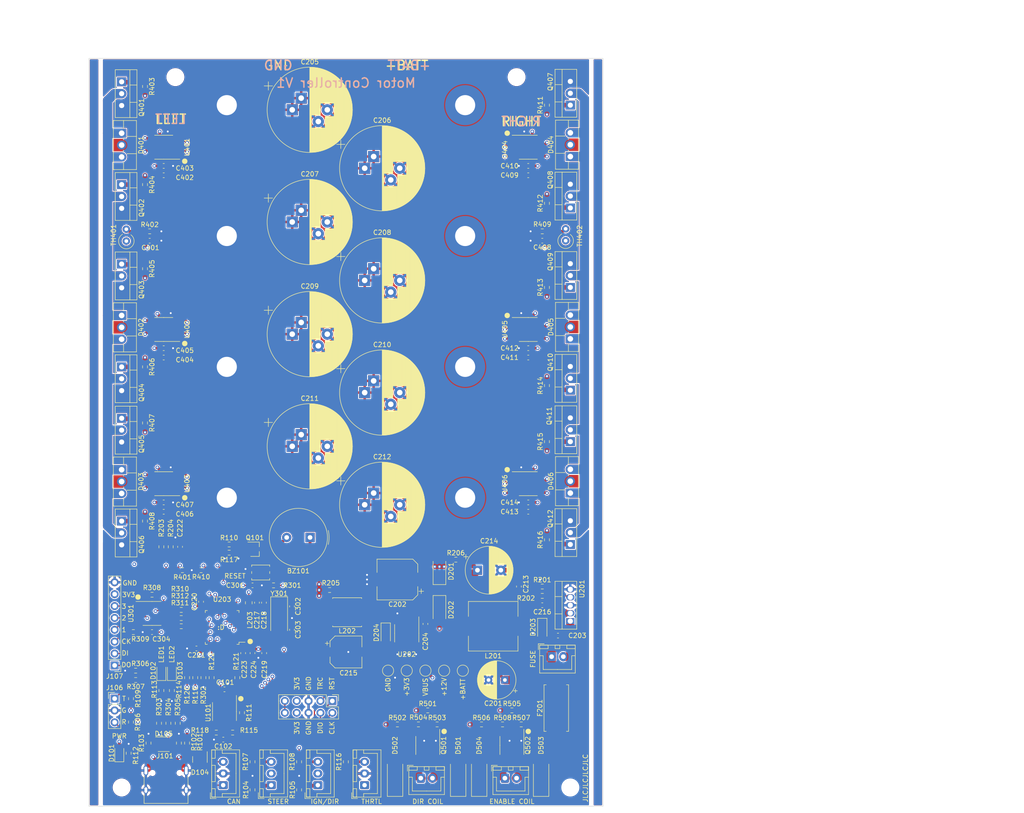
<source format=kicad_pcb>
(kicad_pcb (version 20210722) (generator pcbnew)
  (layers (0 "F.Cu" signal) (1 "In1.Cu" signal) (2 "In2.Cu" signal) (31 "B.Cu" signal) (34 "B.Paste" user) (35 "F.Paste" user) (36 "B.SilkS" user "B.Silkscreen") (37 "F.SilkS" user "F.Silkscreen") (38 "B.Mask" user) (39 "F.Mask" user) (44 "Edge.Cuts" user))
  (net 0 "")
  (net 1 "+3V3")
  (net 2 "Net-(BZ101-Pad2)")
  (net 3 "GND")
  (net 4 "Net-(C201-Pad1)")
  (net 5 "Net-(C202-Pad1)")
  (net 6 "+BATT")
  (net 7 "+12V")
  (net 8 "+3.3VA")
  (net 9 "/MCU/SUPPLY_MONITOR")
  (net 10 "/MCU/~{RST}")
  (net 11 "/MCU/TEMP_LEFT")
  (net 12 "/MCU/TEMP_RIGHT")
  (net 13 "Net-(D101-Pad1)")
  (net 14 "Net-(D102-Pad1)")
  (net 15 "/MCU/LED1")
  (net 16 "Net-(D103-Pad1)")
  (net 17 "/MCU/LED2")
  (net 18 "VBUS")
  (net 19 "Net-(D203-Pad1)")
  (net 20 "Net-(D204-Pad1)")
  (net 21 "/Motor driver/MOTOR_LEFT")
  (net 22 "/Motor driver/MOTOR_RIGHT")
  (net 23 "/Solenoid driver/DIRECTION_COIL1")
  (net 24 "/Solenoid driver/DIRECTION_COIL2")
  (net 25 "/Solenoid driver/ENABLE_LEFT_COIL")
  (net 26 "/Solenoid driver/ENABLE_RIGHT_COIL")
  (net 27 "Net-(J101-PadB5)")
  (net 29 "Net-(J101-PadA5)")
  (net 31 "Net-(J101-PadA4)")
  (net 32 "/MCU/SWCLK")
  (net 33 "/MCU/TRACESWO")
  (net 34 "/MCU/SWDIO")
  (net 35 "unconnected-(J102-Pad10)")
  (net 36 "/MCU/STEER_LOCK_RIGHT")
  (net 37 "/MCU/STEER_LOCK_LEFT")
  (net 38 "/MCU/DIRECTION")
  (net 39 "/MCU/IGNITION")
  (net 40 "/MCU/THROTTLE")
  (net 41 "/MCU/UART_TX")
  (net 42 "/MCU/UART_RX")
  (net 43 "/MCU/SCK")
  (net 44 "/MCU/MISO")
  (net 45 "/MCU/MOSI")
  (net 46 "/MCU/IO1")
  (net 47 "/MCU/IO2")
  (net 48 "/MCU/IO3")
  (net 49 "Net-(Q101-Pad1)")
  (net 50 "Net-(Q401-Pad1)")
  (net 51 "Net-(Q402-Pad1)")
  (net 52 "Net-(Q403-Pad1)")
  (net 53 "Net-(Q404-Pad1)")
  (net 54 "Net-(Q405-Pad1)")
  (net 55 "Net-(Q406-Pad1)")
  (net 56 "Net-(Q407-Pad1)")
  (net 57 "Net-(Q408-Pad1)")
  (net 58 "Net-(Q501-Pad2)")
  (net 59 "Net-(Q501-Pad4)")
  (net 60 "Net-(Q502-Pad2)")
  (net 61 "Net-(Q502-Pad4)")
  (net 62 "/MCU/BEEP")
  (net 63 "Net-(R111-Pad1)")
  (net 64 "Net-(R302-Pad1)")
  (net 65 "/MCU/USB_PULL")
  (net 66 "Net-(R306-Pad1)")
  (net 67 "/MCU/CS")
  (net 68 "/MCU/PWM_LEFT")
  (net 69 "Net-(Q409-Pad1)")
  (net 70 "Net-(Q410-Pad1)")
  (net 71 "Net-(Q411-Pad1)")
  (net 72 "/MCU/PWM_RIGHT")
  (net 73 "Net-(Q412-Pad1)")
  (net 74 "Net-(R411-Pad1)")
  (net 75 "Net-(R412-Pad2)")
  (net 76 "/MCU/DIRECTION1")
  (net 77 "/MCU/DIRECTION2")
  (net 78 "/MCU/ENABLE_LEFT")
  (net 79 "/MCU/ENABLE_RIGHT")
  (net 80 "/MCU/CAN_TX")
  (net 81 "/MCU/CAN_RX")
  (net 82 "Net-(C302-Pad1)")
  (net 83 "Net-(C303-Pad1)")
  (net 84 "Net-(R406-Pad2)")
  (net 85 "Net-(R407-Pad1)")
  (net 86 "Net-(R413-Pad1)")
  (net 87 "Net-(R414-Pad2)")
  (net 88 "Net-(R415-Pad1)")
  (net 89 "Net-(R416-Pad2)")
  (net 90 "Net-(C216-Pad1)")
  (net 91 "Net-(R403-Pad1)")
  (net 92 "Net-(R404-Pad2)")
  (net 93 "Net-(R405-Pad1)")
  (net 94 "Net-(R408-Pad2)")
  (net 95 "/MCU/D-")
  (net 96 "/MCU/D+")
  (net 97 "/MCU/USB_DN")
  (net 98 "/MCU/USB_DP")
  (net 99 "Net-(C102-Pad1)")
  (net 100 "Net-(D104-Pad2)")
  (net 101 "Net-(J106-Pad1)")
  (net 102 "Net-(J106-Pad3)")
  (net 103 "Net-(R121-Pad2)")
  (net 104 "Net-(R122-Pad1)")
  (net 105 "Net-(R310-Pad2)")
  (net 106 "Net-(R311-Pad2)")
  (net 107 "Net-(D104-Pad1)")
  (net 108 "Net-(C213-Pad1)")
  (net 109 "Net-(C215-Pad1)")
  (net 110 "Net-(R312-Pad2)")
  (footprint "Resistor_SMD:R_0603_1608Metric_Pad0.98x0.95mm_HandSolder" (layer "F.Cu") (at 37 52 90)
    (fp_text reference "R404")
    (fp_text value "4.7R")
  )
  (footprint "LED_SMD:LED_0805_2012Metric_Pad1.15x1.40mm_HandSolder" (layer "F.Cu") (at 42.75 156.25 90)
    (fp_text reference "D103")
    (fp_text value "LED2")
  )
  (footprint "Capacitor_SMD:C_0603_1608Metric_Pad1.08x0.95mm_HandSolder" (layer "F.Cu") (at 119 87)
    (fp_text reference "C412")
    (fp_text value "100nF")
  )
  (footprint "Package_TO_SOT_THT:TO-220F-3_Vertical" (layer "F.Cu") (at 128 85 90)
    (fp_text reference "D405")
    (fp_text value "G40C100CTFW")
  )
  (footprint "Package_SO:SOIC-8_3.9x4.9mm_P1.27mm" (layer "F.Cu") (at 54 164.75 -90)
    (fp_text reference "U101")
    (fp_text value "SN65HVD231DR")
  )
  (footprint "Resistor_SMD:R_0603_1608Metric_Pad0.98x0.95mm_HandSolder" (layer "F.Cu") (at 57.75 165 90)
    (fp_text reference "R111")
    (fp_text value "10k")
  )
  (footprint "Resistor_SMD:R_0603_1608Metric_Pad0.98x0.95mm_HandSolder" (layer "F.Cu") (at 37 31 90)
    (fp_text reference "R403")
    (fp_text value "4.7R")
  )
  (footprint "Diode_SMD:D_SMA_Handsoldering" (layer "F.Cu") (at 90.5 178.5 90)
    (fp_text reference "D502")
    (fp_text value "SS210")
  )
  (footprint "Resistor_SMD:R_0603_1608Metric_Pad0.98x0.95mm_HandSolder" (layer "F.Cu") (at 55 130.75 180)
    (fp_text reference "R117")
    (fp_text value "10k")
  )
  (footprint "Resistor_SMD:R_0603_1608Metric_Pad0.98x0.95mm_HandSolder" (layer "F.Cu") (at 38 62)
    (fp_text reference "R402")
    (fp_text value "33k")
  )
  (footprint "Resistor_SMD:R_0603_1608Metric_Pad0.98x0.95mm_HandSolder" (layer "F.Cu") (at 37 124 90)
    (fp_text reference "R408")
    (fp_text value "4.7R")
  )
  (footprint "Diode_SMD:D_SOD-123F" (layer "F.Cu") (at 88.5 148 -90)
    (fp_text reference "D204")
    (fp_text value "SK32")
  )
  (footprint "Capacitor_SMD:C_0603_1608Metric_Pad1.08x0.95mm_HandSolder" (layer "F.Cu") (at 54 160 180)
    (fp_text reference "C101")
    (fp_text value "100nF")
  )
  (footprint "Capacitor_SMD:C_0603_1608Metric_Pad1.08x0.95mm_HandSolder" (layer "F.Cu") (at 62.5 152.25 90)
    (fp_text reference "C219")
    (fp_text value "100nF")
  )
  (footprint "Resistor_THT:R_Axial_DIN0309_L9.0mm_D3.2mm_P2.54mm_Vertical" (layer "F.Cu") (at 33 64.08 90)
    (fp_text reference "TH401")
    (fp_text value "NTSA3104HZ048")
  )
  (footprint "TestPoint:TestPoint_Pad_D2.0mm" (layer "F.Cu") (at 97 156)
    (fp_text reference "TP101" hide)
    (fp_text value "VBUS")
  )
  (footprint "Resistor_SMD:R_0603_1608Metric_Pad0.98x0.95mm_HandSolder" (layer "F.Cu") (at 42 167.25 -90)
    (fp_text reference "R304")
    (fp_text value "22R")
  )
  (footprint "Resistor_SMD:R_0603_1608Metric_Pad0.98x0.95mm_HandSolder" (layer "F.Cu") (at 35 158 180)
    (fp_text reference "R307")
    (fp_text value "4.7k")
  )
  (footprint "Resistor_SMD:R_0603_1608Metric_Pad0.98x0.95mm_HandSolder" (layer "F.Cu") (at 109 167.5)
    (fp_text reference "R506")
    (fp_text value "150R")
  )
  (footprint "Connector_PinHeader_2.54mm:PinHeader_1x08_P2.54mm_Vertical" (layer "F.Cu") (at 30.5 154.875 180)
    (fp_text reference "J107")
    (fp_text value "IO")
  )
  (footprint "Capacitor_SMD:C_0603_1608Metric_Pad1.08x0.95mm_HandSolder" (layer "F.Cu") (at 117 138 90)
    (fp_text reference "C213")
    (fp_text value "100nF")
  )
  (footprint "Connector_JST:JST_XH_B3B-XH-A_1x03_P2.50mm_Vertical" (layer "F.Cu") (at 73.975 180.5 90)
    (fp_text reference "J104" hide)
    (fp_text value "IGN")
  )
  (footprint "Resistor_SMD:R_0603_1608Metric_Pad0.98x0.95mm_HandSolder" (layer "F.Cu") (at 46 157.5 -90)
    (fp_text reference "R120")
    (fp_text value "22R")
  )
  (footprint "Capacitor_SMD:C_0603_1608Metric_Pad1.08x0.95mm_HandSolder" (layer "F.Cu") (at 122 64 180)
    (fp_text reference "C408")
    (fp_text value "10nF")
  )
  (footprint "Resistor_SMD:R_0603_1608Metric_Pad0.98x0.95mm_HandSolder" (layer "F.Cu") (at 49 134.5 180)
    (fp_text reference "R410")
    (fp_text value "10k")
  )
  (footprint "Resistor_SMD:R_0603_1608Metric_Pad0.98x0.95mm_HandSolder" (layer "F.Cu") (at 33.5 173.6625 90)
    (fp_text reference "R112")
    (fp_text value "33R")
  )
  (footprint "Capacitor_SMD:C_0603_1608Metric_Pad1.08x0.95mm_HandSolder" (layer "F.Cu") (at 41 89 180)
    (fp_text reference "C404")
    (fp_text value "1uF")
  )
  (footprint "Package_SO:SOIC-8_3.9x4.9mm_P1.27mm" (layer "F.Cu") (at 41 116 180)
    (fp_text reference "U403")
    (fp_text value "LM5110-1MX")
  )
  (footprint "MountingHole:MountingHole_4.3mm_M4_Pad" (layer "F.Cu") (at 105.5 91)
    (fp_text reference "H112" hide)
    (fp_text value "MountingHole_Pad")
  )
  (footprint "Package_TO_SOT_SMD:SOT-23" (layer "F.Cu") (at 48.75 175 -90)
    (fp_text reference "D104")
    (fp_text value "NUP2105L")
  )
  (footprint "Connector_PinHeader_2.54mm:PinHeader_1x03_P2.54mm_Vertical" (layer "F.Cu") (at 30.5 161.975)
    (fp_text reference "J106")
    (fp_text value "UART")
  )
  (footprint "Buzzer_Beeper:Buzzer_TDK_PS1240P02BT_D12.2mm_H6.5mm" (layer "F.Cu") (at 72.310784 127.5 180)
    (fp_text reference "BZ101")
    (fp_text value "PS1240P02BT")
  )
  (footprint "Resistor_SMD:R_0603_1608Metric_Pad0.98x0.95mm_HandSolder" (layer "F.Cu") (at 34 162 90)
    (fp_text reference "R109")
    (fp_text value "4.7k")
  )
  (footprint "Resistor_SMD:R_0603_1608Metric_Pad0.98x0.95mm_HandSolder" (layer "F.Cu") (at 44.75 146.5)
    (fp_text reference "R311")
    (fp_text value "22R")
  )
  (footprint "Resistor_SMD:R_0603_1608Metric_Pad0.98x0.95mm_HandSolder" (layer "F.Cu") (at 99.5 167.5)
    (fp_text reference "R503")
    (fp_text value "10k")
  )
  (footprint "Resistor_SMD:R_0603_1608Metric_Pad0.98x0.95mm_HandSolder" (layer "F.Cu") (at 34 167 -90)
    (fp_text reference "R106")
    (fp_text value "4.7k")
  )
  (footprint "Diode_SMD:D_SOD-123F" (layer "F.Cu") (at 122 147 -90)
    (fp_text reference "D203")
    (fp_text value "SK32")
  )
  (footprint "Capacitor_SMD:C_0603_1608Metric_Pad1.08x0.95mm_HandSolder" (layer "F.Cu") (at 62.44952 141.44952 -90)
    (fp_text reference "C218")
    (fp_text value "10nF")
  )
  (footprint "Resistor_SMD:R_0603_1608Metric_Pad0.98x0.95mm_HandSolder" (layer "F.Cu") (at 123 74 90)
    (fp_text reference "R413")
    (fp_text value "4.7R")
  )
  (footprint "Fuse:Fuseholder_Littelfuse_Nano2_154x" (layer "F.Cu") (at 125 164 90)
    (fp_text reference "F201")
    (fp_text value "Fuse")
  )
  (footprint "Resistor_SMD:R_0603_1608Metric_Pad0.98x0.95mm_HandSolder" (layer "F.Cu") (at 97.5 164.5)
    (fp_text reference "R501")
    (fp_text value "150R")
  )
  (footprint "Connector_JST:JST_XH_B3B-XH-A_1x03_P2.50mm_Vertical" (layer "F.Cu") (at 64 180.5 90)
    (fp_text reference "J103" hide)
    (fp_text value "STRLCK")
  )
  (footprint "Resistor_SMD:R_0603_1608Metric_Pad0.98x0.95mm_HandSolder" (layer "F.Cu") (at 122 138)
    (fp_text reference "R201")
    (fp_text value "1.2k")
  )
  (footprint "Package_TO_SOT_THT:TO-220F-3_Vertical" (layer "F.Cu") (at 32 41 -90)
    (fp_text reference "D401")
    (fp_text value "G40C100CTFW")
  )
  (footprint "Package_SO:SOIC-8_3.9x4.9mm_P1.27mm" (layer "F.Cu") (at 41 44 180)
    (fp_text reference "U401")
    (fp_text value "LM5110-1MX")
  )
  (footprint "MountingHole:MountingHole_4.3mm_M4_Pad" (layer "F.Cu") (at 54.5 91)
    (fp_text reference "H111" hide)
    (fp_text value "MountingHole_Pad")
  )
  (footprint "Inductor_SMD:L_0805_2012Metric_Pad1.15x1.40mm_HandSolder" (layer "F.Cu") (at 59.19952 141.47452 -90)
    (fp_text reference "L203")
    (fp_text value "FCM2012KF-601T05")
  )
  (footprint "MountingHole:MountingHole_3.2mm_M3" (layer "F.Cu") (at 128 181)
    (fp_text reference "H104" hide)
    (fp_text value "MountingHole")
  )
  (footprint "Resistor_SMD:R_0603_1608Metric_Pad0.98x0.95mm_HandSolder" (layer "F.Cu") (at 40.5 129.5 -90)
    (fp_text reference "R203")
    (fp_text value "62k")
  )
  (footprint "Resistor_SMD:R_0603_1608Metric_Pad0.98x0.95mm_HandSolder" (layer "F.Cu") (at 37.75 171.5 90)
    (fp_text reference "R103")
    (fp_text value "5.1k")
  )
  (footprint "GozLib:CP_Radial_D18.0mm_P7.50mm_P5.00mm" (layer "F.Cu") (at 84 96.5)
    (fp_text reference "C210")
    (fp_text value "2200uF")
  )
  (footprint "TestPoint:TestPoint_Pad_D2.0mm" (layer "F.Cu") (at 93 156)
    (fp_text reference "TP203" hide)
    (fp_text value "+3V3")
  )
  (footprint "Package_TO_SOT_SMD:TSOT-23_HandSoldering" (layer "F.Cu") (at 60.5 130)
    (fp_text reference "Q101")
    (fp_text value "AP2300")
  )
  (footprint "Package_TO_SOT_THT:TO-220-3_Vertical" (layer "F.Cu") (at 128 129 90)
    (fp_text reference "Q412")
    (fp_text value "STP15810")
  )
  (footprint "Resistor_SMD:R_0603_1608Metric_Pad0.98x0.95mm_HandSolder" (layer "F.Cu") (at 123 107 90)
    (fp_text reference "R415")
    (fp_text value "4.7R")
  )
  (footprint "Resistor_SMD:R_0603_1608Metric_Pad0.98x0.95mm_HandSolder" (layer "F.Cu") (at 55.75 169.25 180)
    (fp_text reference "R115")
    (fp_text value "60R")
  )
  (footprint "Resistor_SMD:R_0603_1608Metric_Pad0.98x0.95mm_HandSolder" (layer "F.Cu") (at 123 35 90)
    (fp_text reference "R411")
    (fp_text value "4.7R")
  )
  (footprint "Package_SO:SOIC-8_3.9x4.9mm_P1.27mm" (layer "F.Cu") (at 41 83 180)
    (fp_text reference "U402")
    (fp_text value "LM5110-1MX")
  )
  (footprint "Resistor_SMD:R_0603_1608Metric_Pad0.98x0.95mm_HandSolder" (layer "F.Cu") (at 37 70 90)
    (fp_text reference "R405")
    (fp_text value "4.7R")
  )
  (footprint "TestPoint:TestPoint_Pad_D2.0mm" (layer "F.Cu") (at 89 156)
    (fp_text reference "TP201" hide)
    (fp_text value "GND")
  )
  (footprint "Resistor_SMD:R_0603_1608Metric_Pad0.98x0.95mm_HandSolder" (layer "F.Cu") (at 113.5 167.5)
    (fp_text reference "R508")
    (fp_text value "10k")
  )
  (footprint "Capacitor_SMD:C_0603_1608Metric_Pad1.08x0.95mm_HandSolder" (layer "F.Cu") (at 119 120)
    (fp_text reference "C414")
    (fp_text value "100nF")
  )
  (footprint "Capacitor_SMD:C_0603_1608Metric_Pad1.08x0.95mm_HandSolder" (layer "F.Cu") (at 68.44952 147.25 90)
    (fp_text reference "C303")
    (fp_text value "20pF")
  )
  (footprint "Package_TO_SOT_THT:TO-220-5_Vertical" (layer "F.Cu") (at 128 145.4 90)
    (fp_text reference "U201")
    (fp_text value "LM2596HVGT-ADJ")
  )
  (footprint "Capacitor_THT:CP_Radial_D10.0mm_P5.00mm" (layer "F.Cu") (at 108.132323 134.5)
    (fp_text reference "C214")
    (fp_text value "1000uF")
  )
  (footprint "Resistor_SMD:R_0603_1608Metric_Pad0.98x0.95mm_HandSolder" (layer "F.Cu") (at 40 167.25 -90)
    (fp_text reference "R303")
    (fp_text value "22R")
  )
  (footprint "Package_TO_SOT_THT:TO-220-3_Vertical" (layer "F.Cu") (at 128 57 90)
    (fp_text reference "Q408")
    (fp_text value "STP15810")
  )
  (footprint "GozLib:CP_Radial_D18.0mm_P7.50mm_P5.00mm" (layer "F.Cu") (at 68.5 108)
    (fp_text reference "C211")
    (fp_text value "2200uF")
  )
  (footprint "Resistor_SMD:R_0603_1608Metric_Pad0.98x0.95mm_HandSolder" (layer "F.Cu") (at 52.25 169.25 180)
    (fp_text reference "R118")
    (fp_text value "60R")
  )
  (footprint "Resistor_SMD:R_0603_1608Metric_Pad0.98x0.95mm_HandSolder" (layer "F.Cu") (at 123 56 90)
    (fp_text reference "R412")
    (fp_text value "4.7R")
  )
  (footprint "Capacitor_SMD:C_0603_1608Metric_Pad1.08x0.95mm_HandSolder" (layer "F.Cu") (at 38 64)
    (fp_text reference "C401")
    (fp_text value "10nF")
  )
  (footprint "Capacitor_SMD:C_0603_1608Metric_Pad1.08x0.95mm_HandSolder" (layer "F.Cu") (at 119 122)
    (fp_text reference "C413")
    (fp_text value "1uF")
  )
  (footprint "Resistor_SMD:R_0603_1608Metric_Pad0.98x0.95mm_HandSolder" (layer "F.Cu") (at 76.5 138.75)
    (fp_text reference "R205")
    (fp_text value "0R")
  )
  (footprint "Resistor_SMD:R_0603_1608Metric_Pad0.98x0.95mm_HandSolder" (layer "F.Cu") (at 64.5 137.75 180)
    (fp_text reference "R301")
    (fp_text value "10k")
  )
  (footprint "Resistor_SMD:R_0603_1608Metric_Pad0.98x0.95mm_HandSolder" (layer "F.Cu") (at 60 175.5 -90)
    (fp_text reference "R107")
    (fp_text value "10k")
  )
  (footprint "Resistor_SMD:R_0603_1608Metric_Pad0.98x0.95mm_HandSolder" (layer "F.Cu") (at 91 167.5)
    (fp_text reference "R502")
    (fp_text value "150R")
  )
  (footprint "Capacitor_SMD:C_0603_1608Metric_Pad1.08x0.95mm_HandSolder" (layer "F.Cu") (at 58 152.25 -90)
    (fp_text reference "C223")
    (fp_text value "100nF")
  )
  (footprint "Diode_SMD:D_SOD-128" (layer "F.Cu") (at 100 143 -90)
    (fp_text reference "D202")
    (fp_text value "PMEG3030EP,115")
  )
  (footprint "Package_TO_SOT_THT:TO-220-3_Vertical" (layer "F.Cu") (at 128 74 90)
    (fp_text reference "Q409")
    (fp_text value "STP15810")
  )
  (footprint "Package_TO_SOT_THT:TO-220-3_Vertical" (layer "F.Cu") (at 32 69 -90)
    (fp_text reference "Q403")
    (fp_text value "STP15810")
  )
  (footprint "GozLib:CP_Radial_D18.0mm_P7.50mm_P5.00mm" (layer "F.Cu") (at 84 48.5)
    (fp_text reference "C206")
    (fp_text value "2200uF")
  )
  (footprint "Resistor_SMD:R_0603_1608Metric_Pad0.98x0.95mm_HandSolder" (layer "F.Cu") (at 123 128 90)
    (fp_text reference "R416")
    (fp_text value "4.7R")
  )
  (footprint "Resistor_SMD:R_0603_1608Metric_Pad0.98x0.95mm_HandSolder" (layer "F.Cu") (at 42.75 160.25 -90)
    (fp_text reference "R114")
    (fp_text value "82R")
  )
  (footprint "Capacitor_SMD:C_0603_1608Metric_Pad1.08x0.95mm_HandSolder" (layer "F.Cu") (at 125.3625 148.5 180)
    (fp_text reference "C203")
    (fp_text value "100nF")
  )
  (footprint "Resistor_SMD:R_0603_1608Metric_Pad0.98x0.95mm_HandSolder" (layer "F.Cu") (at 49.5 157.5 -90)
    (fp_text reference "R302")
    (fp_text value "10k")
  )
  (footprint "Resistor_SMD:R_0603_1608Metric_Pad0.98x0.95mm_HandSolder" (layer "F.Cu") (at 35 156 180)
    (fp_text reference "R306")
    (fp_text value "9.1k")
  )
  (footprint "Capacitor_SMD:C_0603_1608Metric_Pad1.08x0.95mm_HandSolder" (layer "F.Cu") (at 48 151.25 180)
    (fp_text reference "C221")
    (fp_text value "100nF")
  )
  (footprint "Resistor_SMD:R_0603_1608Metric_Pad0.98x0.95mm_HandSolder" (layer "F.Cu") (at 115.5 164.5)
    (fp_text reference "R505")
    (fp_text value "150R")
  )
  (footprint "Resistor_SMD:R_0603_1608Metric_Pad0.98x0.95mm_HandSolder" (layer "F.Cu") (at 79.975 175.5 -90)
    (fp_text reference "R116")
    (fp_text value "10k")
  )
  (footprint "Resistor_SMD:R_0603_1608Metric_Pad0.98x0.95mm_HandSolder" (layer "F.Cu") (at 37 103 90)
    (fp_text reference "R407")
    (fp_text value "4.7R")
  )
  (footprint "Resistor_SMD:R_0603_1608Metric_Pad0.98x0.95mm_HandSolder" (layer "F.Cu") (at 55 129)
    (fp_text reference "R110")
    (fp_text value "150R")
  )
  (footprint "GozLib:CP_Radial_D18.0mm_P7.50mm_P5.00mm" (layer "F.Cu") (at 84 72.5)
    (fp_text reference "C208")
    (fp_text value "2200uF")
  )
  (footprint "Package_TO_SOT_THT:TO-220-3_Vertical" (layer "F.Cu") (at 32 52 -90)
    (fp_text reference "Q402")
    (fp_text value "STP15810")
  )
  (footprint "MountingHole:MountingHole_4.3mm_M4_Pad" (layer "F.Cu") (at 105.5 35)
    (fp_text reference "H110" hide)
    (fp_text value "MountingHole_Pad")
  )
  (footprint "Capacitor_SMD:C_0603_1608Metric_Pad1.08x0.95mm_HandSolder" (layer "F.Cu") (at 53.75 170.75 180)
    (fp_text reference "C102")
    (fp_text value "4.7nF")
  )
  (footprint "Resistor_SMD:R_0603_1608Metric_Pad0.98x0.95mm_HandSolder" (layer "F.Cu") (at 122 62 180)
    (fp_text reference "R409")
    (fp_text value "33k")
  )
  (footprint "Connector_JST:JST_XH_B2B-XH-A_1x02_P2.50mm_Vertical" (layer "F.Cu") (at 114 179)
    (fp_text reference "J109" hide)
    (fp_text value "EN")
  )
  (footprint "MountingHole:MountingHole_4.3mm_M4_Pad" (layer "F.Cu") (at 54.5 35)
    (fp_text reference "H109" hide)
    (fp_text value "MountingHole_Pad")
  )
  (footprint "Resistor_SMD:R_0603_1608Metric_Pad0.98x0.95mm_HandSolder" (layer "F.Cu") (at 60 181.5 90)
    (fp_text reference "R104")
    (fp_text value "10k")
  )
  (footprint "LED_SMD:LED_0805_2012Metric_Pad1.15x1.40mm_HandSolder" (layer "F.Cu") (at 40.5 156.25 90)
    (fp_text reference "D102")
    (fp_text value "LED1")
  )
  (footprint "Package_QFP:LQFP-48_7x7mm_P0.5mm" (layer "F.Cu") (at 53.5 146.75 180)
    (fp_text reference "U203")
    (fp_text value "STM32F103C8Tx")
  )
  (footprint "Resistor_SMD:R_0603_1608Metric_Pad0.98x0.95mm_HandSolder" (layer "F.Cu") (at 47.75 157.5 90)
    (fp_text reference "R119")
    (fp_text value "22R")
  )
  (footprint "Capacitor_SMD:C_0603_1608Metric_Pad1.08x0.95mm_HandSolder" (layer "F.Cu") (at 60.94952 141.44952 -90)
    (fp_text reference "C217")
    (fp_text value "1uF")
  )
  (footprint "GozLib:SW_SPST_TS-1185EC" (layer "F.Cu") (at 61.75 135)
    (fp_text reference "SW301" hide)
    (fp_text value "SW_Push")
  )
  (footprint "TestPoint:TestPoint_Pad_D2.0mm" (layer "F.Cu") (at 105 156)
    (fp_text reference "TP202" hide)
    (fp_text value "+BATT")
  )
  (footprint "Resistor_SMD:R_0603_1608Metric_Pad0.98x0.95mm_HandSolder" (layer "F.Cu") (at 103.5 132.25)
    (fp_text reference "R206")
    (fp_text value "0R")
  )
  (footprint "Capacitor_SMD:C_0603_1608Metric_Pad1.08x0.95mm_HandSolder" (layer "F.Cu") (at 119 50)
    (fp_text reference "C409")
    (fp_text value "1uF")
  )
  (footprint "Capacitor_SMD:C_0603_1608Metric_Pad1.08x0.95mm_HandSolder" (layer "F.Cu") (at 41 48 180)
    (fp_text reference "C403")
    (fp_text value "100nF")
  )
  (footprint "Resistor_SMD:R_0603_1608Metric_Pad0.98x0.95mm_HandSolder" (layer "F.Cu") (at 45 134.5)
    (fp_text reference "R401")
    (fp_text value "10k")
  )
  (footprint "Package_SO:SOIC-8_3.9x4.9mm_P1.27mm" (layer "F.Cu") (at 38.5 143.75)
    (fp_text reference "U301")
    (fp_text value "M95640-WMN6TP")
  )
  (footprint "MountingHole:MountingHole_4.3mm_M4_Pad" (layer "F.Cu") (at 54.5 119)
    (fp_text reference "H105" hide)
    (fp_text value "MountingHole_Pad")
  )
  (footprint "Resistor_SMD:R_0603_1608Metric_Pad0.98x0.95mm_HandSolder" (layer "F.Cu") (at 42.5 129.5 90)
    (fp_text reference "R204")
    (fp_text value "3.6k")
  )
  (footprint "Resistor_SMD:R_0603_1608Metric_Pad0.98x0.95mm_HandSolder" (layer "F.Cu") (at 44 167.25 90)
    (fp_text reference "R305")
    (fp_text value "1.5k")
  )
  (footprint "Resistor_SMD:R_0603_1608Metric_Pad0.98x0.95mm_HandSolder" (layer "F.Cu") (at 44.75 143)
    (fp_text reference "R310")
    (fp_text value "22R")
  )
  (footprint "Capacitor_SMD:C_0603_1608Metric_Pad1.08x0.95mm_HandSolder" (layer "F.Cu") (at 41 122 180)
    (fp_text reference "C406")
    (fp_text value "1uF")
  )
  (footprint "MountingHole:MountingHole_3.2mm_M3" (layer "F.Cu") (at 32 181)
    (fp_text reference "H103" hide)
    (fp_text value "MountingHole")
  )
  (footprint "Capacitor_SMD:C_0603_1608Metric_Pad1.08x0.95mm_HandSolder" (layer "F.Cu") (at 38.5 147.75 180)
    (fp_text reference "C304")
    (fp_text value "100nF")
  )
  (footprint "MountingHole:MountingHole_4.3mm_M4_Pad" (layer "F.Cu") (at 54.5 63)
    (fp_text reference "H107" hide)
    (fp_text value "MountingHole_Pad")
  )
  (footprint "Resistor_THT:R_Axial_DIN0309_L9.0mm_D3.2mm_P2.54mm_Vertical" (layer "F.Cu") (at 127 64 90)
    (fp_text reference "TH402")
    (fp_text value "NTSA3104HZ048")
  )
  (footprint "Package_TO_SOT_THT:TO-220-3_Vertical" (layer "F.Cu") (at 128 35 90)
    (fp_text reference "Q407")
    (fp_text value "STP15810")
  )
  (footprint "Capacitor_SMD:C_0603_1608Metric_Pad1.08x0.95mm_HandSolder" (layer "F.Cu") (at 41 87 180)
    (fp_text reference "C405")
    (fp_text value "100nF")
  )
  (footprint "Diode_SMD:D_SOD-128" (layer "F.Cu") (at 100 134.5 90)
    (fp_text reference "D201")
    (fp_text value "PMEG3030EP,115")
  )
  (footprint "Package_SO:SOP-8_3.76x4.96mm_P1.27mm" (layer "F.Cu") (at 93 148 -90)
    (fp_text reference "U202")
    (fp_text value "XL1509-3.3E1")
  )
  (footprint "Capacitor_SMD:C_0603_1608Metric_Pad1.08x0.95mm_HandSolder" (layer "F.Cu") (at 60 137.75)
    (fp_text reference "C301")
    (fp_text value "100nF")
  )
  (footprint "Package_TO_SOT_THT:TO-220-3_Vertical" (layer "F.Cu") (at 128 107 90)
    (fp_text reference "Q411")
    (fp_text value "STP15810")
  )
  (footprint "Connector_JST:JST_XH_B3B-XH-A_1x03_P2.50mm_Vertical" (layer "F.Cu") (at 53.725 180.5 90)
    (fp_text reference "J110" hide)
    (fp_text value "CAN")
  )
  (footprint "Package_SO:SOIC-8_3.9x4.9mm_P1.27mm" (layer "F.Cu") (at 119 44)
    (fp_text reference "U404")
    (fp_text value "LM5110-1MX")
  )
  (footprint "Resistor_SMD:R_0603_1608Metric_Pad0.98x0.95mm_HandSolder" (layer "F.Cu") (at 34.5 147.75)
    (fp_text reference "R309")
    (fp_text value "10k")
  )
  (footprint "Capacitor_SMD:C_0603_1608Metric_Pad1.08x0.95mm_HandSolder" (layer "F.Cu") (at 60 152.25 -90)
    (fp_text reference "C224")
    (fp_text value "4.7uF")
  )
  (footprint "Capacitor_SMD:C_0603_1608Metric_Pad1.08x0.95mm_HandSolder" (layer "F.Cu") (at 97 146 -90)
    (fp_text reference "C204")
    (fp_text value "1uF")
  )
  (footprint "Package_TO_SOT_THT:TO-220-3_Vertical" (layer "F.Cu") (at 32 91 -90)
    (fp_text reference "Q404")
    (fp_text value "STP15810")
  )
  (footprint "Connector_JST:JST_XH_B3B-XH-A_1x03_P2.50mm_Vertical" (layer "F.Cu") (at 83.975 180.5 90)
    (fp_text reference "J105" hide)
    (fp_text value "THROTTLE")
  )
  (footprint "LED_SMD:LED_0805_2012Metric_Pad1.15x1.40mm_HandSolder" (layer "F.Cu") (at 31.5 173.6375 90)
    (fp_text reference "D101")
    (fp_text value "PWR")
  )
  (footprint "Resistor_SMD:R_0603_1608Metric_Pad0.98x0.95mm_HandSolder" (layer "F.Cu") (at 123 95 90)
    (fp_text reference "R414")
    (fp_text value "4.7R")
  )
  (footprint "Resistor_SMD:R_0603_1608Metric_Pad0.98x0.95mm_HandSolder" (layer "F.Cu") (at 117.5 167.5)
    (fp_text reference "R507")
    (fp_text value "10k")
  )
  (footprint "Capacitor_SMD:C_0603_1608Metric_Pad1.08x0.95mm_HandSolder" (layer "F.Cu") (at 41 120 180)
    (fp_text reference "C407")
    (fp_text value "100nF")
  )
  (footprint "Capacitor_SMD:CP_Elec_8x10.5" (layer "F.Cu") (at 91 136.5 180)
    (fp_text reference "C202")
    (fp_text value "470uF")
  )
  (footprint "Package_TO_SOT_THT:TO-220F-3_Vertical" (layer "F.Cu") (at 32 113 -90)
    (fp_text reference "D403")
    (fp_text value "G40C100CTFW")
  )
  (footprint "Resistor_SMD:R_0603_1608Metric_Pad0.98x0.95mm_HandSolder" (layer "F.Cu") (at 40.5 160.25 -90)
    (fp_text reference "R113")
    (fp_text value "82R")
  )
  (footprint "Package_TO_SOT_THT:TO-220F-3_Vertical" (layer "F.Cu") (at 128 46 90)
    (fp_text reference "D404")
    (fp_text value "G40C100CTFW")
  )
  (footprint "Resistor_SMD:R_0603_1608Metric_Pad0.98x0.95mm_HandSolder" (layer "F.Cu") (at 38.5 139.75 180)
    (fp_text reference "R308")
    (fp_text value "10k")
  )
  (footprint "Capacitor_SMD:C_0603_1608Metric_Pad1.08x0.95mm_HandSolder" (layer "F.Cu") (at 122 142 180)
    (fp_text reference "C216")
    (fp_text value "1nF")
  )
  (footprint "GozLib:L_10.4x10.4_H4.8_Handsoldering" (layer "F.Cu") (at 111.5 146.5 180)
    (fp_text reference "L201")
    (fp_text value "47uH")
  )
  (footprint "GozLib:CP_Radial_D18.0mm_P7.50mm_P5.00mm" (layer "F.Cu") (at 68.5 84)
    (fp_text reference "C209")
    (fp_text value "2200uF")
  )
  (footprint "Diode_SMD:D_SMA_Handsoldering" (layer "F.Cu") (at 104 178.5 90)
    (fp_text reference "D501")
    (fp_text value "SS210")
  )
  (footprint "Resistor_SMD:R_0603_1608Metric_Pad0.98x0.95mm_HandSolder" (layer "F.Cu") (at 51.25 157.5 90)
    (fp_text reference "R122")
    (fp_text value "22R")
  )
  (footprint "TestPoint:TestPoint_Pad_D2.0mm" (layer "F.Cu") (at 101 156)
    (fp_text reference "TP204" hide)
    (fp_text value "+12V")
  )
  (footprint "Package_SO:SOP-8_3.9x4.9mm_P1.27mm" (layer "F.Cu") (at 97.5 172 -90)
    (fp_text reference "Q501")
    (fp_text value "WSP6946")
  )
  (footprint "Package_TO_SOT_THT:TO-220-3_Vertical" (layer "F.Cu") (at 128 96 90)
    (fp_text reference "Q410")
    (fp_text value "STP15810")
  )
  (footprint "GozLib:CP_Radial_D18.0mm_P7.50mm_P5.00mm" (layer "F.Cu") (at 84 120.5)
    (fp_text reference "C212")
    (fp_text value "2200uF")
  )
  (footprint "Capacitor_THT:CP_Radial_D8.0mm_P3.50mm" (layer "F.Cu") (at 114 158 180)
    (fp_text reference "C201")
    (fp_text value "100uF")
  )
  (footprint "Connector_JST:JST_XH_B2B-XH-A_1x02_P2.50mm_Vertical" (layer "F.Cu") (at 124 153)
    (fp_text reference "J201" hide)
    (fp_text value "FUSE")
  )
  (footprint "Package_TO_SOT_SMD:SOT-143" (layer "F.Cu") (at 41 171.75)
    (fp_text reference "D105")
    (fp_text value "PRTR5V0U2X")
  )
  (footprint "Capacitor_SMD:CP_Elec_6.3x5.4" (layer "F.Cu") (at 80 152)
    (fp_text reference "C215")
    (fp_text value "330uF")
  )
  (footprint "Resistor_SMD:R_0603_1608Metric_Pad0.98x0.95mm_HandSolder" (layer "F.Cu") (at 37 91 90)
    (fp_text reference "R406")
    (fp_text value "4.7R")
  )
  (footprint "Capacitor_SMD:C_0603_1608Metric_Pad1.08x0.95mm_HandSolder" (layer "F.Cu") (at 68.44952 142.25 -90)
    (fp_text reference "C302")
    (fp_text value "20pF")
  )
  (footprint "Package_TO_SOT_THT:TO-220-3_Vertical" (layer "F.Cu") (at 32 30 -90)
    (fp_text reference "Q401")
    (fp_text value "STP15810")
  )
  (footprint "Crystal:Crystal_SMD_5032-2Pin_5.0x3.2mm_HandSoldering" (layer "F.Cu") (at 65.69952 144.75 -90)
    (fp_text reference "Y301")
    (fp_text value "8MHz")
  )
  (footprint "Capacitor_SMD:C_0603_1608Metric_Pad1.08x0.95mm_HandSolder" (layer "F.Cu") (at 119 48)
    (fp_text reference "C410")
    (fp_text value "100nF")
  )
  (footprint "GozLib:CP_Radial_D18.0mm_P7.50mm_P5.00mm" (layer "F.Cu") (at 68.5 60)
    (fp_text reference "C207")
    (fp_text value "2200uF")
  )
  (footprint "Resistor_SMD:R_0603_1608Metric_Pad0.98x0.95mm_HandSolder" (layer "F.Cu") (at 46 171.5 90)
    (fp_text reference "R101")
    (fp_text value "0R")
  )
  (footprint "GozLib:CP_Radial_D18.0mm_P7.50mm_P5.00mm" (layer "F.Cu") (at 68.5 36)
    (fp_text reference "C205")
    (fp_text value "2200uF")
  )
  (footprint "MountingHole:MountingHole_3.2mm_M3" (layer "F.Cu") (at 43.5 29)
    (fp_text reference "H101" hide)
    (fp_text value "MountingHole")
  )
  (footprint "GozLib:USB_C_Receptacle_HRO_TYPE-C-31-M-12_Handsoldering" (layer "F.Cu") (at 41.5 180.5)
    (fp_text reference "J101")
    (fp_text value "TYPE-C-31-M-12")
  )
  (footprint "Resistor_SMD:R_0603_1608Metric_Pad0.98x0.95mm_HandSolder" (layer "F.Cu") (at 122 140 180)
    (fp_text reference "R202")
    (fp_text value "10k")
  )
  (footprint "Resistor_SMD:R_0603_1608Metric_Pad0.98x0.95mm_HandSolder" (layer "F.Cu") (at 56.75 157.5 -90)
    (fp_text reference "R121")
    (fp_text value "22R")
  )
  (footprint "Capacitor_SMD:C_0603_1608Metric_Pad1.08x0.95mm_HandSolder" (layer "F.Cu") (at 119 89)
    (fp_text reference "C411")
    (fp_text value "1uF")
  )
  (footprint "MountingHole:MountingHole_4.3mm_M4_Pad" (layer "F.Cu") (at 105.5 63)
    (fp_text reference "H108" hide)
    (fp_text value "MountingHole_Pad")
  )
  (footprint "Diode_SMD:D_SMA_Handsoldering" (layer "F.Cu") (at 121.75 178.5 90)
    (fp_text reference "D503")
    (fp_text value "SS210")
  )
  (footprint "Connector_JST:JST_XH_B2B-XH-A_1x02_P2.50mm_Vertical" (layer "F.Cu") (at 96 179)
    (fp_text reference "J108" hide)
    (fp_text value "DIR")
  )
  (footprint "Package_TO_SOT_THT:TO-220F-3_Vertical" (layer "F.Cu") (at 32 80 -90)
    (fp_text reference "D402")
    (fp_text value "G40C100CTFW")
  )
  (footprint "Resistor_SMD:R_0603_1608Metric_Pad0.98x0.95mm_HandSolder" (layer "F.Cu") (at 44.25 171.5 90)
    (fp_text reference "R102")
    (fp_text value "5.1k")
  )
  (footprint "Resistor_SMD:R_0603_1608Metric_Pad0.98x0.95mm_HandSolder" (layer "F.Cu") (at 69.975 175.5 -90)
    (fp_text reference "R108")
    (fp_text value "10k")
  )
  (footprint "Package_SO:SOIC-8_3.9x4.9mm_P1.27mm" (layer "F.Cu") (at 119 83)
    (fp_text reference "U405")
    (fp_text value "LM5110-1MX")
  )
  (footprint "Diode_SMD:D_SMA_Handsoldering" (layer "F.Cu") (at 108.5 178.5 90)
    (fp_text reference "D504")
    (fp_text value "SS210")
  )
  (footprint "Package_TO_SOT_THT:TO-220F-3_Vertical" (layer "F.Cu") (at 128 118 90)
    (fp_text reference "D406")
    (fp_text value "G40C100CTFW")
  )
  (footprint "Resistor_SMD:R_0603_1608Metric_Pad0.98x0.95mm_HandSolder" (layer "F.Cu") (at 44.75 144.75)
    (fp_text reference "R312")
    (fp_text value "22R")
  )
  (footprint "Package_SO:SOIC-8_3.9x4.9mm_P1.27mm" (layer "F.Cu") (at 119 116)
    (fp_text reference "U406")
    (fp_text value "LM5110-1MX")
  )
  (footprint "Capacitor_SMD:C_0603_1608Metric_Pad1.08x0.95mm_HandSolder" (layer "F.Cu") (at 49 141.25 90)
    (fp_text reference "C220")
    (fp_text value "100nF")
  )
  (footprint "Connector_PinHeader_2.54mm:PinHeader_2x05_P2.54mm_Vertical" (layer "F.Cu") (at 77.075 162.48 -90)
    (fp_text reference "J102" hide)
    (fp_text value "STLink_02x05")
  )
  (footprint "GozLib:L_YNR6045" (layer "F.Cu") (at 80.25 143.5 180)
    (fp_text reference "L202")
    (fp_text value "47uH")
  )
  (footprint "Capacitor_SMD:C_0603_1608Metric_Pad1.08x0.95mm_HandSolder" (layer "F.Cu") (at 44.5 129.5 90)
    (fp_text reference "C222")
    (fp_text value "10nF")
  )
  (footprint "Resistor_SMD:R_0603_1608Metric_Pad0.98x0.95mm_HandSolder" (layer "F.Cu") (at 95.5 167.5 180)
    (fp_text reference "R504")
    (fp_text value "10k")
  )
  (footprint "MountingHole:MountingHole_3.2mm_M3" (layer "F.Cu") (at 116.5 29)
    (fp_text reference "H102" hide)
    (fp_text value "MountingHole")
  )
  (footprint "Package_SO:SOP-8_3.9x4.9mm_P1.27mm" (layer "F.Cu") (at 115.5 172 -90)
    (fp_text reference "Q502")
    (fp_text value "WSP6946")
  )
  (footprint "Package_TO_SOT_THT:TO-220-3_Vertical" (layer "F.Cu") (at 32 124 -90)
    (fp_text reference "Q406")
    (fp_text value "STP15810")
  )
  (footprint "MountingHole:MountingHole_4.3mm_M4_Pad" (layer "F.Cu") (at 105.5 119)
    (fp_text reference "H106" hide)
    (fp_text value "MountingHole_Pad")
  )
  (footprint "Package_TO_SOT_THT:TO-220-3_Vertical" (layer "F.Cu") (at 32 102 -90)
    (fp_text reference "Q405")
    (fp_text value "STP15810")
  )
  (footprint "Capacitor_SMD:C_0603_1608Metric_Pad1.08x0.95mm_HandSolder" (layer "F.Cu") (at 41 50 180)
    (fp_text reference "C402")
    (fp_text value "1uF")
  )
  (footprint "Resistor_SMD:R_0603_1608Metric_Pad0.98x0.95mm_HandSolder" (layer "F.Cu") (at 69.975 181.5 90)
    (fp_text reference "R105")
    (fp_text value "10k")
  )
  (gr_circle (center 119 169) (end 119.5 169) (layer "F.SilkS") (width 0.15) (fill solid))
  (gr_circle (center 45.5 86) (end 46 86) (layer "F.SilkS") (width 0.15) (fill solid))
  (gr_circle (center 114.5 41) (end 115 41) (layer "F.SilkS") (width 0.15) (fill solid))
  (gr_circle (center 57.5 162) (end 58 162) (layer "F.SilkS") (width 0.15) (fill solid))
  (gr_circle (center 114.498067 112.999999) (end 114.998067 112.999999) (layer "F.SilkS") (width 0.15) (fill solid))
  (gr_circle (center 59.5 149.75) (end 60 149.75) (layer "F.SilkS") (width 0.15) (fill solid))
  (gr_circle (center 101 169) (end 101.5 169) (layer "F.SilkS") (width 0.15) (fill solid))
  (gr_circle (center 35.5 140.25) (end 36 140.25) (layer "F.SilkS") (width 0.15) (fill solid))
  (gr_circle (center 45.5 119) (end 46 119) (layer "F.SilkS") (width 0.15) (fill solid))
  (gr_circle (center 114.5 80) (end 115 80) (layer "F.SilkS") (width 0.15) (fill solid))
  (gr_circle (center 45.5 47) (end 46 47) (layer "F.SilkS") (width 0.15) (fill solid))
  (gr_rect (start 25 25) (end 135 185) (layer "Edge.Cuts") (width 0.1) (fill none))
  (gr_text "LEFT" (at 42.5 38) (layer "B.SilkS") (effects (font (size 2 2) (thickness 0.3)) (justify mirror)))
  (gr_text "RIGHT" (at 117.5 38.5) (layer "B.SilkS") (effects (font (size 2 2) (thickness 0.3)) (justify mirror)))
  (gr_text "GND" (at 65.5 26.5) (layer "B.SilkS") (effects (font (size 2 2) (thickness 0.3)) (justify mirror)))
  (gr_text "+BATT" (at 93.5 26.5) (layer "B.SilkS") (effects (font (size 2 2) (thickness 0.3)) (justify mirror)))
  (gr_text "Motor Controller V1" (at 80 30.25) (layer "B.SilkS") (effects (font (size 2 2) (thickness 0.3)) (justify mirror)))
  (gr_text "3V3" (at 69.5 158.755 90) (layer "F.SilkS") (effects (font (size 1 1))))
  (gr_text "GND" (at 72 158.755 90) (layer "F.SilkS") (effects (font (size 1 1))))
  (gr_text "LED2" (at 42.75 152.5 90) (layer "F.SilkS") (effects (font (size 1 1))))
  (gr_text "CK" (at 33 149.75) (layer "F.SilkS") (effects (font (size 1 1))))
  (gr_text "CLK\n" (at 77 168.255 90) (layer "F.SilkS") (effects (font (size 1 1))))
  (gr_text "FUSE" (at 120 153.5 90) (layer "F.SilkS") (effects (font (size 1 1))))
  (gr_text "DIO" (at 74.5 168.255 90) (layer "F.SilkS") (effects (font (size 1 1))))
  (gr_text "GND" (at 33.75 137.25) (layer "F.SilkS") (effects (font (size 1 1))))
  (gr_text "RST\n" (at 77 158.755 90) (layer "F.SilkS") (effects (font (size 1 1))))
  (gr_text "+BATT" (at 105 160 90) (layer "F.SilkS") (effects (font (size 1 1))))
  (gr_text "+3V3" (at 93 159.5 90) (layer "F.SilkS") (effects (font (size 1 1))))
  (gr_text "+12V" (at 101 159.5 90) (layer "F.SilkS") (effects (font (size 1 1))))
  (gr_text "3" (at 32.5 142.25) (layer "F.SilkS") (effects (font (size 1 1))))
  (gr_text "TRC" (at 74.5 158.755 90) (layer "F.SilkS") (effects (font (size 1 1))))
  (gr_text "RESET" (at 56.25 135.75) (layer "F.SilkS") (effects (font (size 1 1))))
  (gr_text "IGN/DIR" (at 75.475 184) (layer "F.SilkS") (effects (font (size 1 1))))
  (gr_text "JLCJLCJLCJLC" (at 131.25 179 90) (layer "F.SilkS") (effects (font (size 1 1))))
  (gr_text "3V3" (at 69.5 168.255 90) (layer "F.SilkS") (effects (font (size 1 1))))
  (gr_text "CAN" (at 56 184) (layer "F.SilkS") (effects (font (size 1 1))))
  (gr_text "2" (at 32.5 144.75) (layer "F.SilkS") (effects (font (size 1 1))))
  (gr_text "ENABLE COIL" (at 115.5 184) (layer "F.SilkS") (effects (font (size 1 1))))
  (gr_text "DO" (at 33 154.75) (layer "F.SilkS") (effects (font (size 1 1))))
  (gr_text "3V3" (at 33.5 139.75) (layer "F.SilkS") (effects (font (size 1 1))))
  (gr_text "R" (at 32.5 167) (layer "F.SilkS") (effects (font (size 1 1))))
  (gr_text "VBUS" (at 97 159.5 90) (layer "F.SilkS") (effects (font (size 1 1))))
  (gr_text "G" (at 32.5 164.5) (layer "F.SilkS") (effects (font (size 1 1))))
  (gr_text "GND" (at 65.5 26.5) (layer "F.SilkS") (effects (font (size 2 2) (thickness 0.3))))
  (gr_text ":D" (at 53.25 146.75) (layer "F.SilkS") (effects (font (size 1 1))))
  (gr_text "LED1" (at 40.5 152.5 90) (layer "F.SilkS") (effects (font (size 1 1))))
  (gr_text "GND" (at 72 168.255 90) (layer "F.SilkS") (effects (font (size 1 1))))
  (gr_text "1" (at 32.5 147.25) (layer "F.SilkS") (effects (font (size 1 1))))
  (gr_text "T" (at 32.5 162) (layer "F.SilkS") (effects (font (size 1 1))))
  (gr_text "+BATT" (at 93 26.5) (layer "F.SilkS") (effects (font (size 2 2) (thickness 0.3))))
  (gr_text "STEER" (at 65.5 184) (layer "F.SilkS") (effects (font (size 1 1))))
  (gr_text "THRTL" (at 85.475 184) (layer "F.SilkS") (effects (font (size 1 1))))
  (gr_text "LEFT" (at 42.5 38) (layer "F.SilkS") (effects (font (size 2 2) (thickness 0.3))))
  (gr_text "DIR COIL" (at 97.5 184) (layer "F.SilkS") (effects (font (size 1 1))))
  (gr_text "DI" (at 32.75 152.25) (layer "F.SilkS") (effects (font (size 1 1))))
  (gr_text "PWR" (at 31.5 170) (layer "F.SilkS") (effects (font (size 1 1))))
  (gr_text "RIGHT" (at 117.5 38.5) (layer "F.SilkS") (effects (font (size 2 2) (thickness 0.3))))
  (gr_text "GND" (at 89 159 90) (layer "F.SilkS") (effects (font (size 1 1))))
  (segment (start 53.365 160.865) (end 53.365 162.275) (width 0.25) (layer "F.Cu") (net 1))
  (segment (start 53.1375 158.8625) (end 53.25 158.75) (width 0.25) (layer "F.Cu") (net 1))
  (segment (start 34 164.5) (end 34 166.0875) (width 0.25) (layer "F.Cu") (net 1))
  (segment (start 61.1375 151.3875) (end 60 151.3875) (width 0.6) (layer "F.Cu") (net 1))
  (segment (start 48.1375 142.1125) (end 47.862 142.1125) (width 0.6) (layer "F.Cu") (net 1))
  (segment (start 59.19952 140.44952) (end 59.19952 139.19952) (width 0.25) (layer "F.Cu") (net 1))
  (segment (start 48.8625 150.3875) (end 48.8625 150.6375) (width 0.25) (layer "F.Cu") (net 1))
  (segment (start 34 162.9125) (end 34 164.5) (width 0.25) (layer "F.Cu") (net 1))
  (segment (start 75.5875 138.75) (end 74.25 138.75) (width 1) (layer "F.Cu") (net 1))
  (segment (start 53.1375 160) (end 53.1375 160.6375) (width 0.25) (layer "F.Cu") (net 1))
  (segment (start 48.8625 152.3875) (end 48.8625 151.25) (width 0.6) (layer "F.Cu") (net 1))
  (segment (start 40.975 141.845) (end 40.975 140.525) (width 0.25) (layer "F.Cu") (net 1))
  (segment (start 40.975 143.115) (end 39.385 143.115) (width 0.25) (layer "F.Cu") (net 1))
  (segment (start 53.1375 160) (end 53.1375 158.8625) (width 0.25) (layer "F.Cu") (net 1))
  (segment (start 39.4125 139.75) (end 39.4125 141.6625) (width 0.25) (layer "F.Cu") (net 1))
  (segment (start 47.862 142.1125) (end 47.7245 142.25) (width 0.25) (layer "F.Cu") (net 1))
  (segment (start 49 142.1125) (end 49.8625 142.1125) (width 0.25) (layer "F.Cu") (net 1))
  (segment (start 49.8625 142.1125) (end 50.77548 142.1125) (width 0.25) (layer "F.Cu") (net 1))
  (segment (start 58 151.3875) (end 60 151.3875) (width 0.6) (layer "F.Cu") (net 1))
  (segment (start 56.36202 151.3875) (end 56.22452 151.25) (width 0.25) (layer "F.Cu") (net 1))
  (segment (start 72.310784 129.689216) (end 74.25 131.628432) (width 0.6) (layer "F.Cu") (net 1))
  (segment (start 66.5 137.75) (end 65.4125 137.75) (width 0.25) (layer "F.Cu") (net 1))
  (segment (start 48.1375 142.1125) (end 49 142.1125) (width 0.6) (layer "F.Cu") (net 1))
  (segment (start 37.135 144.385) (end 37.5 144.75) (width 0.25) (layer "F.Cu") (net 1))
  (segment (start 49.3375 149.5) (end 49.3375 149.9125) (width 0.25) (layer "F.Cu") (net 1))
  (segment (start 48.75 152.5) (end 48.8625 152.3875) (width 0.6) (layer "F.Cu") (net 1))
  (segment (start 39.595 141.845) (end 40.975 141.845) (width 0.25) (layer "F.Cu") (net 1))
  (segment (start 74.25 131.628432) (end 74.25 137.5) (width 0.6) (layer "F.Cu") (net 1))
  (segment (start 61.3625 151.3875) (end 62.5 151.3875) (width 0.6) (layer "F.Cu") (net 1))
  (segment (start 36.025 144.385) (end 37.135 144.385) (width 0.25) (layer "F.Cu") (net 1))
  (segment (start 58.5 149.5) (end 59.25 150.25) (width 0.25) (layer "F.Cu") (net 1))
  (segment (start 39.3625 147.75) (end 40.5 147.75) (width 0.25) (layer "F.Cu") (net 1))
  (segment (start 31.5 172.6125) (end 31.5 171.1625) (width 0.6) (layer "F.Cu") (net 1))
  (segment (start 39.385 143.115) (end 39.25 143.25) (width 0.25) (layer "F.Cu") (net 1))
  (segment (start 74.25 138.75) (end 74.25 137.5) (width 1) (layer "F.Cu") (net 1))
  (segment (start 74.25 138.75) (end 74.25 140) (width 1) (layer "F.Cu") (net 1))
  (segment (start 62.25 150.25) (end 62.5 150.5) (width 0.25) (layer "F.Cu") (net 1))
  (segment (start 50.77548 142.1125) (end 50.77548 142.25) (width 0.25) (layer "F.Cu") (net 1))
  (segment (start 72.310784 127.5) (end 72.310784 129.689216) (width 0.6) (layer "F.Cu") (net 1))
  (segment (start 59.25 150.25) (end 62.25 150.25) (width 0.25) (layer "F.Cu") (net 1))
  (segment (start 57.6625 149.5) (end 58.5 149.5) (width 0.25) (layer "F.Cu") (net 1))
  (segment (start 40.975 140.525) (end 41 140.5) (width 0.25) (layer "F.Cu") (net 1))
  (segment (start 49.3375 149.9125) (end 48.8625 150.3875) (width 0.25) (layer "F.Cu") (net 1))
  (segment (start 48.8625 150.6375) (end 48.8625 151.25) (width 0.25) (layer "F.Cu") (net 1))
  (segment (start 62.5 150.5) (end 62.5 151.3875) (width 0.25) (layer "F.Cu") (net 1))
  (segment (start 39.4125 141.6625) (end 39.595 141.845) (width 0.25) (layer "F.Cu") (net 1))
  (segment (start 58 151.3875) (end 56.36202 151.3875) (width 0.25) (layer "F.Cu") (net 1))
  (segment (start 53.1375 160.6375) (end 53.365 160.865) (width 0.25) (layer "F.Cu") (net 1))
  (via (at 34.71 133.21) (size 0.8) (drill 0.4) (layers "F.Cu" "B.Cu") (net 1))
  (via (at 47.7245 142.25) (size 0.8) (drill 0.4) (layers "F.Cu" "B.Cu") (net 1))
  (via (at 34 164.5) (size 0.8) (drill 0.4) (layers "F.Cu" "B.Cu") (net 1))
  (via (at 66.5 137.75) (size 0.8) (drill 0.4) (layers "F.Cu" "B.Cu") (net 1))
  (via (at 74.25 137.5) (size 0.8) (drill 0.4) (layers "F.Cu" "B.Cu") (net 1))
  (via (at 48.75 152.5) (size 0.8) (drill 0.4) (layers "F.Cu" "B.Cu") (net 1))
  (via (at 39.25 143.25) (size 0.8) (drill 0.4) (layers "F.Cu" "B.Cu") (net 1))
  (via (at 37.5 144.75) (size 0.8) (drill 0.4) (layers "F.Cu" "B.Cu") (net 1))
  (via (at 59.19952 139.19952) (size 0.8) (drill 0.4) (layers "F.Cu" "B.Cu") (net 1))
  (via (at 53.25 158.75) (size 0.8) (drill 0.4) (layers "F.Cu" "B.Cu") (net 1))
  (via (at 41 140.5) (size 0.8) (drill 0.4) (layers "F.Cu" "B.Cu") (net 1))
  (via (at 40.5 147.75) (size 0.8) (drill 0.4) (layers "F.Cu" "B.Cu") (net 1))
  (via (at 74.25 138.75) (size 0.8) (drill 0.4) (layers "F.Cu" "B.Cu") (net 1))
  (via (at 61.25 151.3875) (size 0.8) (drill 0.4) (layers "F.Cu" "B.Cu") (net 1))
  (via (at 31.5 171.1625) (size 0.8) (drill 0.4) (layers "F.Cu" "B.Cu") (net 1))
  (via (at 74.25 140) (size 0.8) (drill 0.4) (layers "F.Cu" "B.Cu") (net 1))
  (segment (start 64.810784 130) (end 62.21 130) (width 0.6) (layer "F.Cu") (net 2))
  (segment (start 67.310784 127.5) (end 64.810784 130) (width 0.6) (layer "F.Cu") (net 2))
  (segment (start 96.5 152.5) (end 95 152.5) (width 0.6) (layer "F.Cu") (net 3))
  (segment (start 121.0875 136.9125) (end 121.5 136.5) (width 0.25) (layer "F.Cu") (net 3))
  (segment (start 97 146.8625) (end 97 152) (width 0.6) (layer "F.Cu") (net 3))
  (segment (start 89 156) (end 90.5 157.5) (width 0.6) (layer "F.Cu") (net 3))
  (segment (start 37.75 170.5875) (end 37.75 169.5) (width 0.25) (layer "F.Cu") (net 3))
  (segment (start 37.18 176.82) (end 37.18 177.37) (width 0.6) (layer "F.Cu") (net 3))
  (segment (start 118.1375 120) (end 117 120) (width 0.6) (layer "F.Cu") (net 3))
  (segment (start 61.25 153.25) (end 60.1375 153.25) (width 0.6) (layer "F.Cu") (net 3))
  (segment (start 41.8625 82.3625) (end 41.8625 80.8625) (width 0.6) (layer "F.Cu") (net 3))
  (segment (start 58.5 134.25) (end 59.825 134.25) (width 0.25) (layer "F.Cu") (net 3))
  (segment (start 38.25 176.455) (end 37.545 176.455) (width 0.6) (layer "F.Cu") (net 3))
  (segment (start 40.5 162.5) (end 40.5 161.1625) (width 0.25) (layer "F.Cu") (net 3))
  (segment (start 41.8625 113.1375) (end 42.5 112.5) (width 0.6) (layer "F.Cu") (net 3))
  (segment (start 116.525 116.635) (end 118.135 116.635) (width 0.6) (layer "F.Cu") (net 3))
  (segment (start 96.865 169.375) (end 96.865 170.865) (width 0.6) (layer "F.Cu") (net 3))
  (segment (start 33.5 172.75) (end 33.5 171.6625) (width 0.6) (layer "F.Cu") (net 3))
  (segment (start 88.75 152) (end 89.125 151.625) (width 0.6) (layer "F.Cu") (net 3))
  (segment (start 48.75 177) (end 49.75 178) (width 0.25) (layer "F.Cu") (net 3))
  (segment (start 57.6625 146) (end 58.64904 146) (width 0.25) (layer "F.Cu") (net 3))
  (segment (start 47.75 149) (end 47.1375 149.6125) (width 0.25) (layer "F.Cu") (net 3))
  (segment (start 118.095 81.095) (end 118.1375 81.1375) (width 0.6) (layer "F.Cu") (net 3))
  (segment (start 90 152.5) (end 91 152.5) (width 0.6) (layer "F.Cu") (net 3))
  (segment (start 41.865 43.365) (end 43.475 43.365) (width 0.6) (layer "F.Cu") (net 3))
  (segment (start 121.0875 138) (end 121.0875 136.9125) (width 0.25) (layer "F.Cu") (net 3))
  (segment (start 118.095 81.095) (end 118.095 80.095) (width 0.6) (layer "F.Cu") (net 3))
  (segment (start 54.635 163.635) (end 55.0875 164.0875) (width 0.25) (layer "F.Cu") (net 3))
  (segment (start 55.75 150.9125) (end 55.75 152.5) (width 0.25) (layer "F.Cu") (net 3))
  (segment (start 94.905 150.5375) (end 94.905 152.405) (width 0.6) (layer "F.Cu") (net 3))
  (segment (start 37.5 176.5) (end 37.18 176.82) (width 0.6) (layer "F.Cu") (net 3))
  (segment (start 121.1375 64) (end 119.5 64) (width 0.6) (layer "F.Cu") (net 3))
  (segment (start 116.525 114.095) (end 118.095 114.095) (width 0.6) (layer "F.Cu") (net 3))
  (segment (start 82.8 152) (end 88.75 152) (width 0.6) (layer "F.Cu") (net 3))
  (segment (start 115 171) (end 117.5 171) (width 0.6) (layer "F.Cu") (net 3))
  (segment (start 118.1375 42.1375) (end 118.1375 40.6375) (width 0.6) (layer "F.Cu") (net 3))
  (segment (start 37.6375 147.75) (end 36.5 147.75) (width 0.25) (layer "F.Cu") (net 3))
  (segment (start 60 178.5) (end 60 180.5875) (width 0.6) (layer "F.Cu") (net 3))
  (segment (start 61.25 153.25) (end 62.3625 153.25) (width 0.6) (layer "F.Cu") (net 3))
  (segment (start 41.8625 113.8625) (end 41.8625 113.1375) (width 0.6) (layer "F.Cu") (net 3))
  (segment (start 84.5 137.5) (end 84.5 136.5) (width 1) (layer "F.Cu") (net 3))
  (segment (start 41.8625 115.3625) (end 41.8625 117.8625) (width 0.6) (layer "F.Cu") (net 3))
  (segment (start 41.8625 45.8625) (end 41.905 45.905) (width 0.6) (layer "F.Cu") (net 3))
  (segment (start 44.25 170.5875) (end 44.25 169.5) (width 0.25) (layer "F.Cu") (net 3))
  (segment (start 122 148.4) (end 122.9 148.4) (width 0.6) (layer "F.Cu") (net 3))
  (segment (start 47.1375 151.25) (end 46 151.25) (width 0.6) (layer "F.Cu") (net 3))
  (segment (start 50.6375 140.3875) (end 49 140.3875) (width 0.25) (layer "F.Cu") (net 3))
  (segment (start 55.75 152.5) (end 56.3625 153.1125) (width 0.25) (layer "F.Cu") (net 3))
  (segment (start 123 148.5) (end 124.5 148.5) (width 0.6) (layer "F.Cu") (net 3))
  (segment (start 122 148.4) (end 120.4 148.4) (width 0.6) (layer "F.Cu") (net 3))
  (segment (start 54.8625 160) (end 54.8625 160.6375) (width 0.25) (layer "F.Cu") (net 3))
  (segment (start 52.8875 170.75) (end 51.75 170.75) (width 0.25) (layer "F.Cu") (net 3))
  (segment (start 118.1375 87) (end 118.1375 89) (width 0.6) (layer "F.Cu") (net 3))
  (segment (start 91.095 143.845) (end 91.095 145.4625) (width 0.6) (layer "F.Cu") (net 3))
  (segment (start 48.0875 134.5) (end 47 134.5) (width 0.25) (layer "F.Cu") (net 3))
  (segment (start 117.405 169.375) (end 117.405 168.5075) (width 0.6) (layer "F.Cu") (net 3))
  (segment (start 41.8625 80.8625) (end 41.8625 80.1375) (width 0.6) (layer "F.Cu") (net 3))
  (segment (start 37.405 145.655) (end 37.6375 145.8875) (width 0.25) (layer "F.Cu") (net 3))
  (segment (start 118.1375 116.6375) (end 118.1375 114.1375) (width 0.6) (layer "F.Cu") (net 3))
  (segment (start 68.44952 143.1125) (end 68.44952 144.75) (width 0.25) (layer "F.Cu") (net 3))
  (segment (start 43.475 84.905) (end 41.905 84.905) (width 0.6) (layer "F.Cu") (net 3))
  (segment (start 39.9 169.85) (end 39.9 170.98) (width 0.25) (layer "F.Cu") (net 3))
  (segment (start 118.095 80.095) (end 117.5 79.5) (width 0.6) (layer "F.Cu") (net 3))
  (segment (start 54.0875 130.75) (end 54.0875 131.9125) (width 0.25) (layer "F.Cu") (net 3))
  (segment (start 68.44952 146.3875) (end 68.44952 144.75) (width 0.25) (layer "F.Cu") (net 3))
  (segment (start 41.8625 84.8625) (end 41.8625 82.3625) (width 0.6) (layer "F.Cu") (net 3))
  (segment (start 91.095 152.405) (end 91 152.5) (width 0.6) (layer "F.Cu") (net 3))
  (segment (start 118.1375 87) (end 118.1375 83.6375) (width 0.6) (layer "F.Cu") (net 3))
  (segment (start 84.5 136.5) (end 87.3 136.5) (width 1) (layer "F.Cu") (net 3))
  (segment (start 55.0875 164.0875) (end 57.75 164.0875) (width 0.25) (layer "F.Cu") (net 3))
  (segment (start 41.8625 80.1375) (end 42.5 79.5) (width 0.6) (layer "F.Cu") (net 3))
  (segment (start 54.635 162.275) (end 54.635 163.635) (width 0.25) (layer "F.Cu") (net 3))
  (segment (start 99.405 169.375) (end 99.405 168.5075) (width 0.6) (layer "F.Cu") (net 3))
  (segment (start 41.8625 87) (end 43 87) (width 0.6) (layer "F.Cu") (net 3))
  (segment (start 41.8625 113.8625) (end 41.8625 115.3625) (width 0.6) (layer "F.Cu") (net 3))
  (segment (start 49.75 178) (end 53.725 178) (width 0.25) (layer "F.Cu") (net 3))
  (segment (start 118.1375 83.6375) (end 118.1375 81.1375) (width 0.6) (layer "F.Cu") (net 3))
  (segment (start 40 169.75) (end 39.9 169.85) (width 0.25) (layer "F.Cu") (net 3))
  (segment (start 121.0875 62) (end 119.5 62) (width 0.6) (layer "F.Cu") (net 3))
  (segment (start 93.635 152.365) (end 93.5 152.5) (width 0.6) (layer "F.Cu") (net 3))
  (segment (start 118.095 42.095) (end 118.095 40.68) (width 0.6) (layer "F.Cu") (net 3))
  (segment (start 88.5 151) (end 89.125 151.625) (width 0.6) (layer "F.Cu") (net 3))
  (segment (start 54.8625 160.6375) (end 54.635 160.865) (width 0.25) (layer "F.Cu") (net 3))
  (segment (start 41.8625 48) (end 43 48) (width 0.6) (layer "F.Cu") (net 3))
  (segment (start 49.3375 149) (end 47.75 149) (width 0.25) (layer "F.Cu") (net 3))
  (segment (start 43.475 82.365) (end 41.865 82.365) (width 0.6) (layer "F.Cu") (net 3))
  (segment (start 41.905 45.905) (end 43.475 45.905) (width 0.6) (layer "F.Cu") (net 3))
  (segment (start 117.405 170.905) (end 117.5 171) (width 0.6) (layer "F.Cu") (net 3))
  (segment (start 85.5 136.5) (end 84.5 135.5) (width 1) (layer "F.Cu") (net 3))
  (segment (start 118.095 42.095) (end 118.1375 42.1375) (width 0.6) (layer "F.Cu") (net 3))
  (segment (start 42.5 128.5) (end 43.5 127.5) (width 0.25) (layer "F.Cu") (net 3))
  (segment (start 41.905 117.905) (end 41.8625 117.8625) (width 0.6) (layer "F.Cu") (net 3))
  (segment (start 118.135 44.635) (end 118.1375 44.6375) (width 0.6) (layer "F.Cu") (net 3))
  (segment (start 118.1375 113.1375) (end 117.5 112.5) (width 0.6) (layer "F.Cu") (net 3))
  (segment (start 54.8625 160) (end 54.8625 158.8625) (width 0.25) (layer "F.Cu") (net 3))
  (segment (start 118.095 40.68) (end 118.1375 40.6375) (width 0.6) (layer "F.Cu") (net 3))
  (segment (start 58.79 130.95) (end 58.05 130.95) (width 0.6) (layer "F.Cu") (net 3))
  (segment (start 56.3625 153.1125) (end 58 153.1125) (width 0.25) (layer "F.Cu") (net 3))
  (segment (start 54.635 160.865) (end 54.635 162.275) (width 0.25) (layer "F.Cu") (net 3))
  (segment (start 118.1375 48) (end 118.1375 44.6375) (width 0.6) (layer "F.Cu") (net 3))
  (segment (start 43.475 115.365) (end 41.865 115.365) (width 0.6) (layer "F.Cu") (net 3))
  (segment (start 118.1375 120) (end 118.1375 116.6375) (width 0.6) (layer "F.Cu") (net 3))
  (segment (start 118.1375 87) (end 117 87) (width 0.6) (layer "F.Cu") (net 3))
  (segment (start 80.8875 176.4125) (end 82.475 178) (width 0.6) (layer "F.Cu") (net 3))
  (segment (start 42.5 128.5875) (end 42.5 128.5) (width 0.25) (layer "F.Cu") (net 3))
  (segment (start 122.9 148.4) (end 123 148.5) (width 0.6) (layer "F.Cu") (net 3))
  (segment (start 44.5 128.6375) (end 44.5 128.5) (width 0.25) (layer "F.Cu") (net 3))
  (segment (start 69.975 178.5) (end 69.975 176.4125) (width 0.6) (layer "F.Cu") (net 3))
  (segment (start 60.94952 143.69952) (end 60.94952 142.31202) (width 0.25) (layer "F.Cu") (net 3))
  (segment (start 45.82 176.82) (end 45.82 177.37) (width 0.6) (layer "F.Cu") (net 3))
  (segment (start 60.94952 142.31202) (end 62.44952 142.31202) (width 0.25) (layer "F.Cu") (net 3))
  (segment (start 42.75 162.5) (end 42.75 161.1625) (width 0.25) (layer "F.Cu") (net 3))
  (segment (start 118.1375 114.1375) (end 118.1375 113.6375) (width 0.6) (layer "F.Cu") (net 3))
  (segment (start 116.525 44.635) (end 118.135 44.635) (width 0.6) (layer "F.Cu") (net 3))
  (segment (start 41.8625 41.8625) (end 41.8625 43.3625) (width 0.6) (layer "F.Cu") (net 3))
  (segment (start 41.865 115.365) (end 41.8625 115.3625) (width 0.6) (layer "F.Cu") (net 3))
  (segment (start 118.1375 48) (end 117 48) (width 0.6) (layer "F.Cu") (net 3))
  (segment (start 116.525 83.635) (end 118.135 83.635) (width 0.6) (layer "F.Cu") (net 3))
  (segment (start 115 134.5) (end 114 134.5) (width 1) (layer "F.Cu") (net 3))
  (segment (start 59.825 134.25) (end 63.675 134.25) (width 0.25) (layer "F.Cu") (net 3))
  (segment (start 44.75 176.455) (end 45.455 176.455) (width 0.6) (layer "F.Cu") (net 3))
  (segment (start 118.135 116.635) (end 118.1375 116.6375) (width 0.6) (layer "F.Cu") (net 3))
  (segment (start 47.1375 149.6125) (end 47.1375 151.25) (width 0.25) (layer "F.Cu") (net 3))
  (segment (start 69.975 178.5) (end 69.975 180.5875) (width 0.6) (layer "F.Cu") (net 3))
  (segment (start 41.8625 43.3625) (end 41.865 43.365) (width 0.6) (layer "F.Cu") (net 3))
  (segment (start 91 143.75) (end 91.095 143.845) (width 0.6) (layer "F.Cu") (net 3))
  (segment (start 88.5 149.4) (end 88.5 151) (width 0.6) (layer "F.Cu") (net 3))
  (segment (start 62 137.75) (end 60.8625 137.75) (width 0.25) (layer "F.Cu") (net 3))
  (segment (start 48.75 175.9375) (end 48.75 177) (width 0.25) (layer "F.Cu") (net 3))
  (segment (start 96.865 169.375) (end 96.865 167.9525) (width 0.6) (layer "F.Cu") (net 3))
  (segment (start 117 136.5) (end 115 134.5) (width 1) (layer "F.Cu") (net 3))
  (segment (start 45.9125 134.5) (end 47 134.5) (width 0.25) (layer "F.Cu") (net 3))
  (segment (start 114.865 169.375) (end 114.865 170.865) (width 0.6) (layer "F.Cu") (net 3))
  (segment (start 120.4 148.4) (end 120 148) (width 0.6) (layer "F.Cu") (net 3))
  (segment (start 116.525 81.095) (end 118.095 81.095) (width 0.6) (layer "F.Cu") (net 3))
  (segment (start 51.25 141) (end 50.6375 140.3875) (width 0.25) (layer "F.Cu") (net 3))
  (segment (start 38.8625 64) (end 40.5 64) (width 0.6) (layer "F.Cu") (net 3))
  (segment (start 44.5 128.5) (end 43.5 127.5) (width 0.25) (layer "F.Cu") (net 3))
  (segment (start 85.5 136.5) (end 84.5 137.5) (width 1) (layer "F.Cu") (net 3))
  (segment (start 41.8625 87) (end 41.8625 89) (width 0.6) (layer "F.Cu") (net 3))
  (segment (start 87.3 136.5) (end 85.5 136.5) (width 1) (layer "F.Cu") (net 3))
  (segment (start 37.545 176.455) (end 37.5 176.5) (width 0.6) (layer "F.Cu") (net 3))
  (segment (start 54.0875 131.9125) (end 54 132) (width 0.25) (layer "F.Cu") (net 3))
  (segment (start 36.025 145.655) (end 37.405 145.655) (width 0.25) (layer "F.Cu") (net 3))
  (segment (start 60 178.5) (end 60 176.4125) (width 0.6) (layer "F.Cu") (net 3))
  (segment (start 92.365 152.365) (end 92.5 152.5) (width 0.6) (layer "F.Cu") (net 3))
  (segment (start 49.5 158.4125) (end 49.5 159.5) (width 0.25) (layer "F.Cu") (net 3))
  (segment (start 41.8625 41.8625) (end 41.8625 40.6375) (width 0.6) (layer "F.Cu") (net 3))
  (segment (start 54.8625 158.8625) (end 54.75 158.75) (width 0.25) (layer "F.Cu") (net 3))
  (segment (start 41.8625 48) (end 41.8625 50) (width 0.6) (layer "F.Cu") (net 3))
  (segment (start 35.4125 147.75) (end 36.5 147.75) (width 0.25) (layer "F.Cu") (net 3))
  (segment (start 84.5 136.5) (end 84.5 135.5) (width 1) (layer "F.Cu") (net 3))
  (segment (start 118.1375 44.6375) (end 118.1375 42.1375) (width 0.6) (layer "F.Cu") (net 3))
  (segment (start 79.975 176.4125) (end 80.8875 176.4125) (width 0.6) (layer "F.Cu") (net 3))
  (segment (start 45.455 176.455) (end 45.82 176.82) (width 0.6) (layer "F.Cu") (net 3))
  (segment (start 41.8625 87) (end 41.8625 84.8625) (width 0.6) (layer "F.Cu") (net 3))
  (segment (start 118.1375 113.6375) (end 118.1375 113.1375) (width 0.6) (layer "F.Cu") (net 3))
  (segment (start 117.405 168.5075) (end 118.4125 167.5) (width 0.6) (layer "F.Cu") (net 3))
  (segment (start 41.8625 120) (end 43 120) (width 0.6) (layer "F.Cu") (net 3))
  (segment (start 99.405 168.5075) (end 100.4125 167.5) (width 0.6) (layer "F.Cu") (net 3))
  (segment (start 62.44952 142.31202) (end 62.44952 143.69952) (width 0.25) (layer "F.Cu") (net 3))
  (segment (start 41.865 82.365) (end 41.8625 82.3625) (width 0.6) (layer "F.Cu") (net 3))
  (segment (start 118.095 114.095) (end 118.1375 114.1375) (width 0.6) (layer "F.Cu") (net 3))
  (segment (start 41.8625 120) (end 41.8625 122) (width 0.6) (layer "F.Cu") (net 3))
  (segment (start 37.6375 145.8875) (end 37.6375 147.75) (width 0.25) (layer "F.Cu") (net 3))
  (segment (start 96.73 171) (end 99.23 171) (width 0.6) (layer "F.Cu") (net 3))
  (segment (start 91 152.5) (end 95 152.5) (width 0.6) (layer "F.Cu") (net 3))
  (segment (start 89.125 151.625) (end 90 152.5) (width 0.6) (layer "F.Cu") (net 3))
  (segment (start 58 153.1125) (end 60 153.1125) (width 0.6) (layer "F.Cu") (net 3))
  (segment (start 114.865 169.375) (end 114.865 167.9525) (width 0.6) (layer "F.Cu") (net 3))
  (segment (start 51.25 142.5875) (end 51.25 141) (width 0.25) (layer "F.Cu") (net 3))
  (segment (start 118.1375 48) (end 118.1375 50) (width 0.6) (layer "F.Cu") (net 3))
  (segment (start 96.865 167.9525) (end 96.4125 167.5) (width 0.6) (layer "F.Cu") (net 3))
  (segment (start 117 137.1375) (end 117 136.5) (width 1) (layer "F.Cu") (net 3))
  (segment (start 118.135 83.635) (end 118.1375 83.6375) (width 0.6) (layer "F.Cu") (net 3))
  (segment (start 34.0875 156) (end 32.75 156) (width 0.25) (layer "F.Cu") (net 3))
  (segment (start 41.8625 43.3625) (end 41.8625 45.8625) (width 0.6) (layer "F.Cu") (net 3))
  (segment (start 97 152) (end 96.5 152.5) (width 0.6) (layer "F.Cu") (net 3))
  (segment (start 41.905 84.905) (end 41.8625 84.8625) (width 0.6) (layer "F.Cu") (net 3))
  (segment (start 99.405 169.375) (end 99.405 170.825) (width 0.6) (layer "F.Cu") (net 3))
  (segment (start 114.865 170.865) (end 115 171) (width 0.6) (layer "F.Cu") (net 3))
  (segment (start 82.8 152) (end 80.5 152) (width 0.6) (layer "F.Cu") (net 3))
  (segment (start 49 140.3875) (end 47.6375 140.3875) (width 0.6) (layer "F.Cu") (net 3))
  (segment (start 58.64904 146) (end 60.94952 143.69952) (width 0.25) (layer "F.Cu") (net 3))
  (segment (start 41.8625 45.8625) (end 41.8625 48) (width 0.6) (layer "F.Cu") (net 3))
  (segment (start 94.905 152.405) (end 95 152.5) (width 0.6) (layer "F.Cu") (net 3))
  (segment (start 117.405 169.375) (end 117.405 170.905) (width 0.6) (layer "F.Cu") (net 3))
  (segment (start 114.865 167.9525) (end 114.4125 167.5) (width 0.6) (layer "F.Cu") (net 3))
  (segment (start 99.405 170.825) (end 99.23 171) (width 0.6) (layer "F.Cu") (net 3))
  (segment (start 118.1375 120) (end 118.1375 122) (width 0.6) (layer "F.Cu") (net 3))
  (segment (start 91.095 150.5375) (end 91.095 152.405) (width 0.6) (layer "F.Cu") (net 3))
  (segment (start 38.9125 62) (end 40.5 62) (width 0.6) (layer "F.Cu") (net 3))
  (segment (start 43.475 117.905) (end 41.905 117.905) (width 0.6) (layer "F.Cu") (net 3))
  (segment (start 92.365 150.5375) (end 92.365 152.365) (width 0.6) (layer "F.Cu") (net 3))
  (segment (start 82.475 178) (end 83.975 178) (width 0.6) (layer "F.Cu") (net 3))
  (segment (start 58.05 130.95) (end 57 132) (width 0.6) (layer "F.Cu") (net 3))
  (segment (start 116.525 42.095) (end 118.095 42.095) (width 0.6) (layer "F.Cu") (net 3))
  (segment (start 41.8625 117.8625) (end 41.8625 120) (width 0.6) (layer "F.Cu") (net 3))
  (segment (start 93.635 150.5375) (end 93.635 152.365) (width 0.6) (layer "F.Cu") (net 3))
  (segment (start 96.865 170.865) (end 96.73 171) (width 0.6) (layer "F.Cu") (net 3))
  (via (at 61.25 153.25) (size 0.8) (drill 0.4) (layers "F.Cu" "B.Cu") (net 3))
  (via (at 40 169.75) (size 0.8) (drill 0.4) (layers "F.Cu" "B.Cu") (net 3))
  (via (at 68.44952 144.75) (size 0.8) (drill 0.4) (layers "F.Cu" "B.Cu") (net 3))
  (via (at 43 87) (size 0.8) (drill 0.4) (layers "F.Cu" "B.Cu") (net 3))
  (via (at 57 132) (size 0.8) (drill 0.4) (layers "F.Cu" "B.Cu") (net 3))
  (via (at 115 171) (size 0.8) (drill 0.4) (layers "F.Cu" "B.Cu") (net 3))
  (via (at 91 152.5) (size 0.8) (drill 0.4) (layers "F.Cu" "B.Cu") (net 3))
  (via (at 93.5 152.5) (size 0.8) (drill 0.4) (layers "F.Cu" "B.Cu") (net 3))
  (via (at 91 143.75) (size 0.8) (drill 0.4) (layers "F.Cu" "B.Cu") (net 3))
  (via (at 41.8625 40.6375) (size 0.8) (drill 0.4) (layers "F.Cu" "B.Cu") (net 3))
  (via (at 90.5 157.5) (size 0.8) (drill 0.4) (layers "F.Cu" "B.Cu") (net 3))
  (via (at 37.75 169.5) (size 0.8) (drill 0.4) (layers "F.Cu" "B.Cu") (net 3))
  (via (at 43.5 127.5) (size 0.8) (drill 0.4) (layers "F.Cu" "B.Cu") (net 3))
  (via (at 43 120) (size 0.8) (drill 0.4) (layers "F.Cu" "B.Cu") (net 3))
  (via (at 119.5 62) (size 0.8) (drill 0.4) (layers "F.Cu" "B.Cu") (net 3))
  (via (at 54.75 158.75) (size 0.8) (drill 0.4) (layers "F.Cu" "B.Cu") (net 3))
  (via (at 43 48) (size 0.8) (drill 0.4) (layers "F.Cu" "B.Cu") (net 3))
  (via (at 99.23 171) (size 0.8) (drill 0.4) (layers "F.Cu" "B.Cu") (net 3))
  (via (at 40.5 162.5) (size 0.8) (drill 0.4) (layers "F.Cu" "B.Cu") (net 3))
  (via (at 84.5 135.5) (size 0.8) (drill 0.4) (layers "F.Cu" "B.Cu") (net 3))
  (via (at 49.5 159.5) (size 0.8) (drill 0.4) (layers "F.Cu" "B.Cu") (net 3))
  (via (at 47.6375 140.3875) (size 0.8) (drill 0.4) (layers "F.Cu" "B.Cu") (net 3))
  (via (at 47 134.5) (size 0.8) (drill 0.4) (layers "F.Cu" "B.Cu") (net 3))
  (via (at 46 151.25) (size 0.8) (drill 0.4) (layers "F.Cu" "B.Cu") (net 3))
  (via (at 92.5 152.5) (size 0.8) (drill 0.4) (layers "F.Cu" "B.Cu") (net 3))
  (via (at 60 178.5) (size 0.8) (drill 0.4) (layers "F.Cu" "B.Cu") (net 3))
  (via (at 40.5 62) (size 0.8) (drill 0.4) (layers "F.Cu" "B.Cu") (net 3))
  (via (at 62 137.75) (size 0.8) (drill 0.4) (layers "F.Cu" "B.Cu") (net 3))
  (via (at 40.5 64) (size 0.8) (drill 0.4) (layers "F.Cu" "B.Cu") (net 3))
  (via (at 117.5 79.5) (size 0.8) (drill 0.4) (layers "F.Cu" "B.Cu") (net 3))
  (via (at 119.5 64) (size 0.8) (drill 0.4) (layers "F.Cu" "B.Cu") (net 3))
  (via (at 69.975 178.5) (size 0.8) (drill 0.4) (layers "F.Cu" "B.Cu") (net 3))
  (via (at 62.44952 143.69952) (size 0.8) (drill 0.4) (layers "F.Cu" "B.Cu") (net 3))
  (via (at 117.5 112.5) (size 0.8) (drill 0.4) (layers "F.Cu" "B.Cu") (net 3))
  (via (at 36.5 147.75) (size 0.8) (drill 0.4) (layers "F.Cu" "B.Cu") (net 3))
  (via (at 117.5 171) (size 0.8) (drill 0.4) (layers "F.Cu" "B.Cu") (net 3))
  (via (at 118.1375 40.6375) (size 0.8) (drill 0.4) (layers "F.Cu" "B.Cu") (net 3))
  (via (at 32.75 156) (size 0.8) (drill 0.4) (layers "F.Cu" "B.Cu") (net 3))
  (via (at 84.5 137.5) (size 0.8) (drill 0.4) (layers "F.Cu" "B.Cu") (net 3))
  (via (at 42.75 162.5) (size 0.8) (drill 0.4) (layers "F.Cu" "B.Cu") (net 3))
  (via (at 33.5 171.6625) (size 0.8) (drill 0.4) (layers "F.Cu" "B.Cu") (net 3))
  (via (at 58.5 134.25) (size 0.8) (drill 0.4) (layers "F.Cu" "B.Cu") (net 3))
  (via (at 96.73 171) (size 0.8) (drill 0.4) (layers "F.Cu" "B.Cu") (net 3))
  (via (at 117 48) (size 0.8) (drill 0.4) (layers "F.Cu" "B.Cu") (net 3))
  (via (at 80.5 152) (size 0.8) (drill 0.4) (layers "F.Cu" "B.Cu") (net 3))
  (via (at 51.75 170.75) (size 0.8) (drill 0.4) (layers "F.Cu" "B.Cu") (net 3))
  (via (at 42.5 79.5) (size 0.8) (drill 0.4) (layers "F.Cu" "B.Cu") (net 3))
  (via (at 95 152.5) (size 0.8) (drill 0.4) (layers "F.Cu" "B.Cu") (net 3))
  (via (at 44.25 169.5) (size 0.8) (drill 0.4) (layers "F.Cu" "B.Cu") (net 3))
  (via (at 121.5 136.5) (size 0.8) (drill 0.4) (layers "F.Cu" "B.Cu") (net 3))
  (via (at 54 132) (size 0.8) (drill 0.4) (layers "F.Cu" "B.Cu") (net 3))
  (via (at 117 120) (size 0.8) (drill 0.4) (layers "F.Cu" "B.Cu") (net 3))
  (via (at 84.5 136.5) (size 0.8) (drill 0.4) (layers "F.Cu" "B.Cu") (net 3))
  (via (at 117 87) (size 0.8) (drill 0.4) (layers "F.Cu" "B.Cu") (net 3))
  (via (at 42.5 112.5) (size 0.8) (drill 0.4) (layers "F.Cu" "B.Cu") (net 3))
  (via (at 120 148) (size 0.8) (drill 0.4) (layers "F.Cu" "B.Cu") (net 3))
  (segment (start 125 157) (end 125 160.815) (width 1.8) (layer "F.Cu") (net 4))
  (segment (start 124 153) (end 124 151.5) (width 1.8) (layer "F.Cu") (net 4))
  (segment (start 124 156) (end 125 157) (width 1.8) (layer "F.Cu") (net 4))
  (segment (start 112 156) (end 114 158) (width 0.6) (layer "F.Cu") (net 4))
  (segment (start 127 150.5) (end 128 149.5) (width 1.8) (layer "F.Cu") (net 4))
  (segment (start 124 151.5) (end 125 150.5) (width 1.8) (layer "F.Cu") (net 4))
  (segment (start 125 150.5) (end 127 150.5) (width 1.8) (layer "F.Cu") (net 4))
  (segment (start 128 148.5) (end 128 146) (width 1.8) (layer "F.Cu") (net 4))
  (segment (start 105 156) (end 112 156) (width 0.6) (layer "F.Cu") (net 4))
  (segment (start 117.5 158) (end 117.25 158) (width 1.8) (layer "F.Cu") (net 4))
  (segment (start 122.5 153) (end 117.5 158) (width 1.8) (layer "F.Cu") (net 4))
  (segment (start 114 158) (end 117.25 158) (width 1.8) (layer "F.Cu") (net 4))
  (segment (start 124 153) (end 122.5 153) (width 1.8) (layer "F.Cu") (net 4))
  (segment (start 126.225 148.5) (end 128 148.5) (width 0.6) (layer "F.Cu") (net 4))
  (segment (start 124 153) (end 124 156) (width 1.8) (layer "F.Cu") (net 4))
  (segment (start 128 149.5) (end 128 148.5) (width 1.8) (layer "F.Cu") (net 4))
  (segment (start 94.905 143.595) (end 97.7 140.8) (width 1) (layer "F.Cu") (net 5))
  (segment (start 94.9 136.7) (end 94.7 136.5) (width 0.25) (layer "F.Cu") (net 5))
  (segment (start 97 145.1375) (end 95.23 145.1375) (width 1) (layer "F.Cu") (net 5))
  (segment (start 94.905 145.4625) (end 94.905 143.595) (width 1) (layer "F.Cu") (net 5))
  (segment (start 97.7 140.8) (end 100 140.8) (width 1) (layer "F.Cu") (net 5))
  (segment (start 95.23 145.1375) (end 94.905 145.4625) (width 0.6) (layer "F.Cu") (net 5))
  (segment (start 100 136.7) (end 94.9 136.7) (width 1) (layer "F.Cu") (net 5))
  (segment (start 100 140.8) (end 100 136.7) (width 1) (layer "F.Cu") (net 5))
  (segment (start 108.5 183.5) (end 108.90048 183.90048) (width 1.6) (layer "F.Cu") (net 6))
  (segment (start 104 181) (end 104 183.5) (width 1.6) (layer "F.Cu") (net 6))
  (segment (start 129 134) (end 131 136) (width 1.8) (layer "F.Cu") (net 6))
  (segment (start 129.815 167.185) (end 130 167) (width 1.8) (layer "F.Cu") (net 6))
  (segment (start 103.59952 183.90048) (end 100.65048 183.90048) (width 1.6) (layer "F.Cu") (net 6))
  (segment (start 121.75 181) (end 118.84952 183.90048) (width 1.6) (layer "F.Cu") (net 6))
  (segment (start 124.25 175.25) (end 124.25 178.25) (width 1.8) (layer "F.Cu") (net 6))
  (segment (start 105.5 120) (end 112 126.5) (width 1.8) (layer "F.Cu") (net 6))
  (segment (start 90.5 182.5) (end 90.5 181) (width 1.6) (layer "F.Cu") (net 6))
  (segment (start 108.5 181) (end 108.5 183.5) (width 1.6) (layer "F.Cu") (net 6))
  (segment (start 130 152.5) (end 129.5 153) (width 1.8) (layer "F.Cu") (net 6))
  (segment (start 130 167) (end 130 169.5) (width 1.8) (layer "F.Cu") (net 6))
  (segment (start 131 151.5) (end 130 152.5) (width 1.8) (layer "F.Cu") (net 6))
  (segment (start 124 134) (end 129 134) (width 1.8) (layer "F.Cu") (net 6))
  (segment (start 104 183.5) (end 103.59952 183.90048) (width 1.6) (layer "F.Cu") (net 6))
  (segment (start 129.5 153) (end 126.5 153) (width 1.8) (layer "F.Cu") (net 6))
  (segment (start 130 152.5) (end 130 167) (width 1.8) (layer "F.Cu") (net 6))
  (segment (start 116.5 126.5) (end 120 130) (width 1.8) (layer "F.Cu") (net 6))
  (segment (start 130 169.5) (end 124.25 175.25) (width 1.8) (layer "F.Cu") (net 6))
  (segment (start 124.25 178.25) (end 121.75 180.75) (width 1.8) (layer "F.Cu") (net 6))
  (segment (start 118.84952 183.90048) (end 100.65048 183.90048) (width 1.6) (layer "F.Cu") (net 6))
  (segment (start 125 167.185) (end 129.815 167.185) (width 1.8) (layer "F.Cu") (net 6))
  (segment (start 40.5 128.5875) (end 40.5 127) (width 0.25) (layer "F.Cu") (net 6))
  (segment (start 91.90048 183.90048) (end 90.5 182.5) (width 1.6) (layer "F.Cu") (net 6))
  (segment (start 121.75 180.75) (end 121.75 181) (width 1.8) (layer "F.Cu") (net 6))
  (segment (start 120 130) (end 124 134) (width 1.8) (layer "F.Cu") (net 6))
  (segment (start 108.90048 183.90048) (end 103.59952 183.90048) (width 1.6) (layer "F.Cu") (net 6))
  (segment (start 112 126.5) (end 116.5 126.5) (width 1.8) (layer "F.Cu") (net 6))
  (segment (start 100.65048 183.90048) (end 91.90048 183.90048) (width 1.6) (layer "F.Cu") (net 6))
  (segment (start 131 136) (end 131 151.5) (width 1.8) (layer "F.Cu") (net 6))
  (segment (start 38.525 117.905) (end 40.095 117.905) (width 0.6) (layer "F.Cu") (net 7))
  (segment (start 40.095 84.905) (end 40.1375 84.8625) (width 0.6) (layer "F.Cu") (net 7))
  (segment (start 40.1375 87) (end 39 87) (width 0.6) (layer "F.Cu") (net 7))
  (segment (start 102.5875 132.25) (end 100.05 132.25) (width 1) (layer "F.Cu") (net 7))
  (segment (start 40.1375 43.3625) (end 40.135 43.365) (width 0.6) (layer "F.Cu") (net 7))
  (segment (start 119.8625 83.6375) (end 119.8625 87) (width 0.6) (layer "F.Cu") (net 7))
  (segment (start 120.09 116.635) (end 119.8625 116.8625) (width 0.6) (layer "F.Cu") (net 7))
  (segment (start 99 133.75) (end 99 133.3) (width 1) (layer "F.Cu") (net 7))
  (segment (start 100 133.75) (end 101 133.75) (width 1) (layer "F.Cu") (net 7))
  (segment (start 121.475 81.095) (end 119.905 81.095) (width 0.6) (layer "F.Cu") (net 7))
  (segment (start 100.05 132.25) (end 100 132.3) (width 1) (layer "F.Cu") (net 7))
  (segment (start 99 133.3) (end 100 132.3) (width 1) (layer "F.Cu") (net 7))
  (segment (start 40.1375 80.6375) (end 40.1375 80.1245) (width 0.6) (layer "F.Cu") (net 7))
  (segment (start 119.865 44.635) (end 119.8625 44.6375) (width 0.6) (layer "F.Cu") (net 7))
  (segment (start 40.1375 117.8625) (end 40.1375 115.3625) (width 0.6) (layer "F.Cu") (net 7))
  (segment (start 119.8625 120) (end 121 120) (width 0.6) (layer "F.Cu") (net 7))
  (segment (start 40.1375 48) (end 39 48) (width 0.6) (layer "F.Cu") (net 7))
  (segment (start 121.475 44.635) (end 119.865 44.635) (width 0.6) (layer "F.Cu") (net 7))
  (segment (start 119.8625 44.6375) (end 119.8625 48) (width 0.6) (layer "F.Cu") (net 7))
  (segment (start 119.8625 87) (end 121 87) (width 0.6) (layer "F.Cu") (net 7))
  (segment (start 121.475 114.095) (end 119.905 114.095) (width 0.6) (layer "F.Cu") (net 7))
  (segment (start 119.905 113.095) (end 120.5 112.5) (width 0.6) (layer "F.Cu") (net 7))
  (segment (start 119.865 83.635) (end 119.8625 83.6375) (width 0.6) (layer "F.Cu") (net 7))
  (segment (start 40.1375 84.8625) (end 40.1375 87) (width 0.6) (layer "F.Cu") (net 7))
  (segment (start 40.1375 114.1375) (end 40.1375 112.987) (width 0.6) (layer "F.Cu") (net 7))
  (segment (start 119.8625 41.6375) (end 119.8625 42.1375) (width 0.6) (layer "F.Cu") (net 7))
  (segment (start 119.8625 81.1375) (end 119.8625 83.6375) (width 0.6) (layer "F.Cu") (net 7))
  (segment (start 40.1375 43.3625) (end 40.1375 41.8625) (width 0.6) (layer "F.Cu") (net 7))
  (segment (start 119.905 81.095) (end 119.8625 81.1375) (width 0.6) (layer "F.Cu") (net 7))
  (segment (start 119.8625 80.8625) (end 119.8625 80.1375) (width 0.6) (layer "F.Cu") (net 7))
  (segment (start 40.1375 112.987) (end 39.6505 112.5) (width 0.6) (layer "F.Cu") (net 7))
  (segment (start 40.1375 80.6375) (end 40.1375 82.3625) (width 0.6) (layer "F.Cu") (net 7))
  (segment (start 119.8625 48) (end 121 48) (width 0.6) (layer "F.Cu") (net 7))
  (segment (start 40.1375 45.8625) (end 40.1375 43.3625) (width 0.6) (layer "F.Cu") (net 7))
  (segment (start 40.095 117.905) (end 40.1375 117.8625) (width 0.6) (layer "F.Cu") (net 7))
  (segment (start 40.1375 120) (end 40.1375 117.8625) (width 0.6) (layer "F.Cu") (net 7))
  (segment (start 40.1375 41.8625) (end 40.1375 40.6375) (width 0.6) (layer "F.Cu") (net 7))
  (segment (start 119.8625 114.1375) (end 119.8625 116.8625) (width 0.6) (layer "F.Cu") (net 7))
  (segment (start 100 132.3) (end 100 133.75) (width 1) (layer "F.Cu") (net 7))
  (segment (start 119.8625 48) (end 119.8625 50) (width 0.6) (layer "F.Cu") (net 7))
  (segment (start 40.1375 120) (end 39 120) (width 0.6) (layer "F.Cu") (net 7))
  (segment (start 119.8625 80.1375) (end 120.5 79.5) (width 0.6) (layer "F.Cu") (net 7))
  (segment (start 119.8625 116.8625) (end 119.8625 120) (width 0.6) (layer "F.Cu") (net 7))
  (segment (start 121.475 42.095) (end 119.905 42.095) (width 0.6) (layer "F.Cu") (net 7))
  (segment (start 119.905 114.095) (end 119.8625 114.1375) (width 0.6) (layer "F.Cu") (net 7))
  (segment (start 101 133.75) (end 101 133.3) (width 1) (layer "F.Cu") (net 7))
  (segment (start 119.905 114.095) (end 119.905 113.095) (width 0.6) (layer "F.Cu") (net 7))
  (segment (start 40.1375 45.8625) (end 40.095 45.905) (width 0.6) (layer "F.Cu") (net 7))
  (segment (start 100 133.75) (end 99 133.75) (width 1) (layer "F.Cu") (net 7))
  (segment (start 40.1375 115.3625) (end 40.135 115.365) (width 0.6) (layer "F.Cu") (net 7))
  (segment (start 40.135 115.365) (end 38.525 115.365) (width 0.6) (layer "F.Cu") (net 7))
  (segment (start 119.905 42.095) (end 119.8625 42.1375) (width 0.6) (layer "F.Cu") (net 7))
  (segment (start 38.525 82.365) (end 40.135 82.365) (width 0.6) (layer "F.Cu") (net 7))
  (segment (start 40.1375 82.3625) (end 40.1375 84.8625) (width 0.6) (layer "F.Cu") (net 7))
  (segment (start 40.1375 48) (end 40.1375 50) (width 0.6) (layer "F.Cu") (net 7))
  (segment (start 40.095 45.905) (end 38.525 45.905) (width 0.6) (layer "F.Cu") (net 7))
  (segment (start 119.8625 120) (end 119.8625 122) (width 0.6) (layer "F.Cu") (net 7))
  (segment (start 101 133.3) (end 100 132.3) (width 1) (layer "F.Cu") (net 7))
  (segment (start 119.8625 87) (end 119.8625 89) (width 0.6) (layer "F.Cu") (net 7))
  (segment (start 40.1375 120) (end 40.1375 122) (width 0.6) (layer "F.Cu") (net 7))
  (segment (start 38.525 84.905) (end 40.095 84.905) (width 0.6) (layer "F.Cu") (net 7))
  (segment (start 121.475 83.635) (end 119.865 83.635) (width 0.6) (layer "F.Cu") (net 7))
  (segment (start 119.8625 42.1375) (end 119.8625 44.6375) (width 0.6) (layer "F.Cu") (net 7))
  (segment (start 40.135 82.365) (end 40.1375 82.3625) (width 0.6) (layer "F.Cu") (net 7))
  (segment (start 40.135 43.365) (end 38.525 43.365) (width 0.6) (layer "F.Cu") (net 7))
  (segment (start 40.1375 87) (end 40.1375 89) (width 0.6) (layer "F.Cu") (net 7))
  (segment (start 119.8625 80.8625) (end 119.8625 81.1375) (width 0.6) (layer "F.Cu") (net 7))
  (segment (start 121.475 116.635) (end 120.09 116.635) (width 0.6) (layer "F.Cu") (net 7))
  (segment (start 40.1375 115.3625) (end 40.1375 114.1375) (width 0.6) (layer "F.Cu") (net 7))
  (segment (start 40.1375 80.1245) (end 39.6505 79.6375) (width 0.6) (layer "F.Cu") (net 7))
  (segment (start 119.8625 41.6375) (end 119.8625 40.6375) (width 0.6) (layer "F.Cu") (net 7))
  (segment (start 40.1375 48) (end 40.1375 45.8625) (width 0.6) (layer "F.Cu") (net 7))
  (via (at 39 87) (size 0.8) (drill 0.4) (layers "F.Cu" "B.Cu") (net 7))
  (via (at 40.1375 40.6375) (size 0.8) (drill 0.4) (layers "F.Cu" "B.Cu") (net 7))
  (via (at 121 48) (size 0.8) (drill 0.4) (layers "F.Cu" "B.Cu") (net 7))
  (via (at 120.5 79.5) (size 0.8) (drill 0.4) (layers "F.Cu" "B.Cu") (net 7))
  (via (at 39.6505 112.5) (size 0.8) (drill 0.4) (layers "F.Cu" "B.Cu") (net 7))
  (via (at 100 133.75) (size 0.8) (drill 0.4) (layers "F.Cu" "B.Cu") (net 7))
  (via (at 39 48) (size 0.8) (drill 0.4) (layers "F.Cu" "B.Cu") (net 7))
  (via (at 99 133.75) (size 0.8) (drill 0.4) (layers "F.Cu" "B.Cu") (net 7))
  (via (at 121 87) (size 0.8) (drill 0.4) (layers "F.Cu" "B.Cu") (net 7))
  (via (at 119.8625 40.6375) (size 0.8) (drill 0.4) (layers "F.Cu" "B.Cu") (net 7))
  (via (at 121 120) (size 0.8) (drill 0.4) (layers "F.Cu" "B.Cu") (net 7))
  (via (at 39.6505 79.6375) (size 0.8) (drill 0.4) (layers "F.Cu" "B.Cu") (net 7))
  (via (at 39 120) (size 0.8) (drill 0.4) (layers "F.Cu" "B.Cu") (net 7))
  (via (at 101 133.75) (size 0.8) (drill 0.4) (layers "F.Cu" "B.Cu") (net 7))
  (via (at 120.5 112.5) (size 0.8) (drill 0.4) (layers "F.Cu" "B.Cu") (net 7))
  (segment (start 60.19952 141.33702) (end 60.94952 140.58702) (width 0.25) (layer "F.Cu") (net 8))
  (segment (start 59.39952 142.49952) (end 60.19952 141.69952) (width 0.25) (layer "F.Cu") (net 8))
  (segment (start 60.19952 141.69952) (end 60.19952 141.33702) (width 0.25) (layer "F.Cu") (net 8))
  (segment (start 58.5 145.5) (end 59.19952 144.80048) (width 0.25) (layer "F.Cu") (net 8))
  (segment (start 60.94952 140.58702) (end 62.44952 140.58702) (width 0.25) (layer "F.Cu") (net 8))
  (segment (start 57.6625 145.5) (end 58.5 145.5) (width 0.25) (layer "F.Cu") (net 8))
  (segment (start 59.19952 142.49952) (end 59.39952 142.49952) (width 0.25) (layer "F.Cu") (net 8))
  (segment (start 59.19952 144.80048) (end 59.19952 142.49952) (width 0.25) (layer "F.Cu") (net 8))
  (segment (start 40.5 130.4125) (end 44.45 130.4125) (width 0.25) (layer "F.Cu") (net 9))
  (segment (start 57.6625 140.4125) (end 55 137.75) (width 0.25) (layer "F.Cu") (net 9))
  (segment (start 55 137.75) (end 55 128.623602) (width 0.25) (layer "F.Cu") (net 9))
  (segment (start 53.163802 128.20048) (end 51.001782 130.3625) (width 0.25) (layer "F.Cu") (net 9))
  (segment (start 44.45 130.4125) (end 44.5 130.3625) (width 0.25) (layer "F.Cu") (net 9))
  (segment (start 51.001782 130.3625) (end 44.5 130.3625) (width 0.25) (layer "F.Cu") (net 9))
  (segment (start 57.6625 144) (end 57.6625 140.4125) (width 0.25) (layer "F.Cu") (net 9))
  (segment (start 54.576878 128.20048) (end 53.163802 128.20048) (width 0.25) (layer "F.Cu") (net 9))
  (segment (start 55 128.623602) (end 54.576878 128.20048) (width 0.25) (layer "F.Cu") (net 9))
  (segment (start 73.25 164.505) (end 74 163.755) (width 0.25) (layer "F.Cu") (net 10))
  (segment (start 64.75 167.505) (end 72.745 167.505) (width 0.25) (layer "F.Cu") (net 10))
  (segment (start 59.825 135.75) (end 59.825 137.0625) (width 0.25) (layer "F.Cu") (net 10))
  (segment (start 57.6625 146.5) (end 56.75 146.5) (width 0.25) (layer "F.Cu") (net 10))
  (segment (start 56.75 146.5) (end 56 147.25) (width 0.25) (layer "F.Cu") (net 10))
  (segment (start 59.825 135.75) (end 63.675 135.75) (width 0.25) (layer "F.Cu") (net 10))
  (segment (start 58 137.75) (end 59.1375 137.75) (width 0.25) (layer "F.Cu") (net 10))
  (segment (start 74 163.755) (end 75.8 163.755) (width 0.25) (layer "F.Cu") (net 10))
  (segment (start 64.25 167.005) (end 64.75 167.505) (width 0.25) (layer "F.Cu") (net 10))
  (segment (start 75.8 163.755) (end 77.075 162.48) (width 0.25) (layer "F.Cu") (net 10))
  (segment (start 73.25 167) (end 73.25 164.505) (width 0.25) (layer "F.Cu") (net 10))
  (segment (start 72.745 167.505) (end 73.25 167) (width 0.25) (layer "F.Cu") (net 10))
  (segment (start 63.5875 137.75) (end 63.5875 135.8375) (width 0.25) (layer "F.Cu") (net 10))
  (segment (start 63.5875 135.8375) (end 63.675 135.75) (width 0.25) (layer "F.Cu") (net 10))
  (segment (start 59.825 137.0625) (end 59.1375 137.75) (width 0.25) (layer "F.Cu") (net 10))
  (segment (start 64.25 157.25) (end 64.25 167.005) (width 0.25) (layer "F.Cu") (net 10))
  (via (at 64.25 157.25) (size 0.8) (drill 0.4) (layers "F.Cu" "B.Cu") (net 10))
  (via (at 58 137.75) (size 0.8) (drill 0.4) (layers "F.Cu" "B.Cu") (net 10))
  (via (at 56 147.25) (size 0.8) (drill 0.4) (layers "F.Cu" "B.Cu") (net 10))
  (segment (start 37.1375 64) (end 37.1375 62.05) (width 0.25) (layer "F.Cu") (net 11))
  (segment (start 33.46 62) (end 33 61.54) (width 0.25) (layer "F.Cu") (net 11))
  (segment (start 37.1375 62.05) (end 37.0875 62) (width 0.25) (layer "F.Cu") (net 11))
  (segment (start 42.25 135.75) (end 51.114282 135.75) (width 0.25) (layer "F.Cu") (net 11))
  (segment (start 41.5 133.5) (end 41.5 135) (width 0.25) (layer "F.Cu") (net 11))
  (segment (start 51.114282 135.75) (end 55.25 139.885718) (width 0.25) (layer "F.Cu") (net 11))
  (segment (start 41.5 135) (end 42.25 135.75) (width 0.25) (layer "F.Cu") (net 11))
  (segment (start 37.1375 65.1375) (end 37.5 65.5) (width 0.6) (layer "F.Cu") (net 11))
  (segment (start 55.25 139.885718) (end 55.25 142.5875) (width 0.25) (layer "F.Cu") (net 11))
  (segment (start 37.0875 62) (end 33.46 62) (width 0.6) (layer "F.Cu") (net 11))
  (segment (start 37.1375 64) (end 37.1375 65.1375) (width 0.6) (layer "F.Cu") (net 11))
  (via (at 37.5 65.5) (size 0.8) (drill 0.4) (layers "F.Cu" "B.Cu") (net 11))
  (via (at 41.5 133.5) (size 0.8) (drill 0.4) (layers "F.Cu" "B.Cu") (net 11))
  (segment (start 126.46 62) (end 127 61.46) (width 0.25) (layer "F.Cu") (net 12))
  (segment (start 55.75 142.5875) (end 55.75 139.75) (width 0.25) (layer "F.Cu") (net 12))
  (segment (start 122.9125 62) (end 126.46 62) (width 0.6) (layer "F.Cu") (net 12))
  (segment (start 54.5 138.5) (end 54.5 135.5) (width 0.25) (layer "F.Cu") (net 12))
  (segment (start 122.9125 62) (end 122.9125 63.95) (width 0.25) (layer "F.Cu") (net 12))
  (segment (start 122.9125 63.95) (end 122.8625 64) (width 0.25) (layer "F.Cu") (net 12))
  (segment (start 122.8625 64) (end 122.8625 65.1375) (width 0.6) (layer "F.Cu") (net 12))
  (segment (start 54.5 135.5) (end 52.5 133.5) (width 0.25) (layer "F.Cu") (net 12))
  (segment (start 122.8625 65.1375) (end 122.5 65.5) (width 0.6) (layer "F.Cu") (net 12))
  (segment (start 55.75 139.75) (end 54.5 138.5) (width 0.25) (layer "F.Cu") (net 12))
  (via (at 122.5 65.5) (size 0.8) (drill 0.4) (layers "F.Cu" "B.Cu") (net 12))
  (via (at 52.5 133.5) (size 0.8) (drill 0.4) (layers "F.Cu" "B.Cu") (net 12))
  (segment (start 33.4125 174.6625) (end 33.5 174.575) (width 0.25) (layer "F.Cu") (net 13))
  (segment (start 31.5 174.6625) (end 33.4125 174.6625) (width 0.6) (layer "F.Cu") (net 13))
  (segment (start 40.5 157.275) (end 40.5 159.3375) (width 0.25) (layer "F.Cu") (net 14))
  (segment (start 40.5 154.25) (end 40.5 155.225) (width 0.25) (layer "F.Cu") (net 15))
  (segment (start 52.25 150.9125) (end 52.25 152.75) (width 0.25) (layer "F.Cu") (net 15))
  (segment (start 51.64904 153.35096) (end 41.39904 153.35096) (width 0.25) (layer "F.Cu") (net 15))
  (segment (start 41.39904 153.35096) (end 40.5 154.25) (width 0.25) (layer "F.Cu") (net 15))
  (segment (start 52.25 152.75) (end 51.64904 153.35096) (width 0.25) (layer "F.Cu") (net 15))
  (segment (start 42.75 157.275) (end 42.75 159.3375) (width 0.25) (layer "F.Cu") (net 16))
  (segment (start 52.75 150.9125) (end 52.75 153) (width 0.25) (layer "F.Cu") (net 17))
  (segment (start 51.94952 153.80048) (end 43.19952 153.80048) (width 0.25) (layer "F.Cu") (net 17))
  (segment (start 52.75 153) (end 51.94952 153.80048) (width 0.25) (layer "F.Cu") (net 17))
  (segment (start 43.19952 153.80048) (end 42.75 154.25) (width 0.25) (layer "F.Cu") (net 17))
  (segment (start 42.75 154.25) (end 42.75 155.225) (width 0.25) (layer "F.Cu") (net 17))
  (segment (start 42.1 169.85) (end 42.1 170.8) (width 0.25) (layer "F.Cu") (net 18))
  (segment (start 35.5 160.5) (end 35.5 167) (width 0.25) (layer "F.Cu") (net 18))
  (segment (start 97 156) (end 98.5 157.5) (width 0.6) (layer "F.Cu") (net 18))
  (segment (start 34.0875 158) (end 34.0875 159.0875) (width 0.25) (layer "F.Cu") (net 18))
  (segment (start 34.0875 159.0875) (end 35.5 160.5) (width 0.25) (layer "F.Cu") (net 18))
  (segment (start 46 170.5875) (end 46 169) (width 0.6) (layer "F.Cu") (net 18))
  (segment (start 42 169.75) (end 42.1 169.85) (width 0.25) (layer "F.Cu") (net 18))
  (segment (start 100 147) (end 100 145.2) (width 1) (layer "F.Cu") (net 18))
  (via (at 42 169.75) (size 0.8) (drill 0.4) (layers "F.Cu" "B.Cu") (net 18))
  (via (at 100 147) (size 0.8) (drill 0.4) (layers "F.Cu" "B.Cu") (net 18))
  (via (at 35.5 167) (size 0.8) (drill 0.4) (layers "F.Cu" "B.Cu") (net 18))
  (via (at 98.5 157.5) (size 0.8) (drill 0.4) (layers "F.Cu" "B.Cu") (net 18))
  (via (at 46 169) (size 0.8) (drill 0.4) (layers "F.Cu" "B.Cu") (net 18))
  (segment (start 122 145.6) (end 122 144) (width 0.8) (layer "F.Cu") (net 19))
  (segment (start 126.8 143.7) (end 119.45 143.7) (width 1.8) (layer "F.Cu") (net 19))
  (segment (start 119.45 143.7) (end 116.65 146.5) (width 1.8) (layer "F.Cu") (net 19))
  (segment (start 87.5 142.75) (end 88.5 142.75) (width 0.8) (layer "F.Cu") (net 20))
  (segment (start 82.825 143.5) (end 86.75 143.5) (width 0.8) (layer "F.Cu") (net 20))
  (segment (start 88.5 146.6) (end 88.5 142.75) (width 0.6) (layer "F.Cu") (net 20))
  (segment (start 93.635 144.135) (end 93.635 145.4625) (width 0.8) (layer "F.Cu") (net 20))
  (segment (start 88.5 142.75) (end 92.25 142.75) (width 0.8) (layer "F.Cu") (net 20))
  (segment (start 92.25 142.75) (end 93.635 144.135) (width 0.8) (layer "F.Cu") (net 20))
  (segment (start 86.75 143.5) (end 87.5 142.75) (width 0.8) (layer "F.Cu") (net 20))
  (segment (start 32 104.54) (end 29.46 104.54) (width 2) (layer "F.Cu") (net 21))
  (segment (start 32 113) (end 29 113) (width 2) (layer "F.Cu") (net 21))
  (segment (start 32 126.54) (end 30.54 126.54) (width 2) (layer "F.Cu") (net 21))
  (segment (start 32 41) (end 29 41) (width 2) (layer "F.Cu") (net 21))
  (segment (start 32 80) (end 29 80) (width 2) (layer "F.Cu") (net 21))
  (segment (start 32 32.54) (end 30.46 32.54) (width 2) (layer "F.Cu") (net 21))
  (segment (start 32 93.54) (end 29.54 93.54) (width 2) (layer "F.Cu") (net 21))
  (segment (start 29 125) (end 29 34) (width 2) (layer "F.Cu") (net 21))
  (segment (start 29.095 54.54) (end 32 54.54) (width 2) (layer "F.Cu") (net 21))
  (segment (start 32 118.08) (end 29.08 118.08) (width 2) (layer "F.Cu") (net 21))
  (segment (start 29.095 46.08) (end 32 46.08) (width 2) (layer "F.Cu") (net 21))
  (segment (start 30.46 32.54) (end 29 34) (width 2) (layer "F.Cu") (net 21))
  (segment (start 32 71.54) (end 29.54 71.54) (width 2) (layer "F.Cu") (net 21))
  (segment (start 32 85.08) (end 29.08 85.08) (width 2) (layer "F.Cu") (net 21))
  (segment (start 30.54 126.54) (end 29 125) (width 2) (layer "F.Cu") (net 21))
  (segment (start 32 41) (end 29 41) (width 2) (layer "B.Cu") (net 21))
  (segment (start 32 93.54) (end 29.54 93.54) (width 2) (layer "B.Cu") (net 21))
  (segment (start 29 34) (end 30.46 32.54) (width 2) (layer "B.Cu") (net 21))
  (segment (start 30.46 32.54) (end 32 32.54) (width 2) (layer "B.Cu") (net 21))
  (segment (start 29 34) (end 29 125) (width 2) (layer "B.Cu") (net 21))
  (segment (start 32 80) (end 29 80) (width 2) (layer "B.Cu") (net 21))
  (segment (start 32 71.54) (end 29.54 71.54) (width 2) (layer "B.Cu") (net 21))
  (segment (start 32 113) (end 29 113) (width 2) (layer "B.Cu") (net 21))
  (segment (start 32 46.08) (end 29.08 46.08) (width 2) (layer "B.Cu") (net 21))
  (segment (start 32 126.54) (end 30.54 126.54) (width 2) (layer "B.Cu") (net 21))
  (segment (start 32 104.54) (end 29.54 104.54) (width 2) (layer "B.Cu") (net 21))
  (segment (start 32 54.54) (end 29.46 54.54) (width 2) (layer "B.Cu") (net 21))
  (segment (start 32 85.08) (end 29.08 85.08) (width 2) (layer "B.Cu") (net 21))
  (segment (start 32 118.08) (end 29.08 118.08) (width 2) (layer "B.Cu") (net 21))
  (segment (start 29 125) (end 30.54 126.54) (width 2) (layer "B.Cu") (net 21))
  (segment (start 128 46) (end 131 46) (width 2) (layer "F.Cu") (net 22))
  (segment (start 131 125) (end 131 33.648478) (width 2) (layer "F.Cu") (net 22))
  (segment (start 128 32.46) (end 129.811522 32.46) (width 2) (layer "F.Cu") (net 22))
  (segment (start 128 93.46) (end 130.46 93.46) (width 2) (layer "F.Cu") (net 22))
  (segment (start 129.811522 32.46) (end 131 33.648478) (width 2) (layer "F.Cu") (net 22))
  (segment (start 128 54.46) (end 130.46 54.46) (width 2) (layer "F.Cu") (net 22))
  (segment (start 128 112.92) (end 129.92 112.92) (width 2) (layer "F.Cu") (net 22))
  (segment (start 128 71.46) (end 130.54 71.46) (width 2) (layer "F.Cu") (net 22))
  (segment (start 130.92 79.92) (end 131 80) (width 2) (layer "F.Cu") (net 22))
  (segment (start 128 126.46) (end 129.54 126.46) (width 2) (layer "F.Cu") (net 22))
  (segment (start 128 79.92) (end 130.92 79.92) (width 2) (layer "F.Cu") (net 22))
  (segment (start 128 40.92) (end 130.92 40.92) (width 2) (layer "F.Cu") (net 22))
  (segment (start 128 104.46) (end 130.54 104.46) (width 2) (layer "F.Cu") (net 22))
  (segment (start 129.54 126.46) (end 131 125) (width 2) (layer "F.Cu") (net 22))
  (segment (start 128 118) (end 130 118) (width 2) (layer "F.Cu") (net 22))
  (segment (start 128 85) (end 131 85) (width 2) (layer "F.Cu") (net 22))
  (segment (start 130 118) (end 131 118) (width 2) (layer "F.Cu") (net 22))
  (segment (start 128 112.92) (end 130.92 112.92) (width 2) (layer "B.Cu") (net 22))
  (segment (start 128 71.46) (end 130.46 71.46) (width 2) (layer "B.Cu") (net 22))
  (segment (start 128 79.92) (end 130.92 79.92) (width 2) (layer "B.Cu") (net 22))
  (segment (start 128 40.92) (end 130.92 40.92) (width 2) (layer "B.Cu") (net 22))
  (segment (start 128 126.46) (end 129.54 126.46) (width 2) (layer "B.Cu") (net 22))
  (segment (start 129.54 126.46) (end 131 125) (width 2) (layer "B.Cu") (net 22))
  (segment (start 129.811522 32.46) (end 131 33.648478) (width 2) (layer "B.Cu") (net 22))
  (segment (start 128 104.46) (end 130.54 104.46) (width 2) (layer "B.Cu") (net 22))
  (segment (start 128 93.46) (end 130.46 93.46) (width 2) (layer "B.Cu") (net 22))
  (segment (start 128 46) (end 131 46) (width 2) (layer "B.Cu") (net 22))
  (segment (start 128 85) (end 131 85) (width 2) (layer "B.Cu") (net 22))
  (segment (start 131 33.648478) (end 131 125) (width 2) (layer "B.Cu") (net 22))
  (segment (start 128 118) (end 131 118) (width 2) (layer "B.Cu") (net 22))
  (segment (start 128 54.46) (end 130.46 54.46) (width 2) (layer "B.Cu") (net 22))
  (segment (start 128 32.46) (end 129.811522 32.46) (width 2) (layer "B.Cu") (net 22))
  (segment (start 103.5 176.5) (end 101 176.5) (width 2) (layer "F.Cu") (net 23))
  (segment (start 99.405 174.625) (end 99.405 175.405) (width 0.6) (layer "F.Cu") (net 23))
  (segment (start 98.135 174.625) (end 99.405 174.625) (width 0.6) (layer "F.Cu") (net 23))
  (segment (start 100 177.5) (end 98.5 179) (width 2) (layer "F.Cu") (net 23))
  (segment (start 98.135 175.635) (end 100 177.5) (width 0.6) (layer "F.Cu") (net 23))
  (segment (start 99.405 175.405) (end 100.5 176.5) (width 0.6) (layer "F.Cu") (net 23))
  (segment (start 98.135 174.625) (end 98.135 175.635) (width 0.6) (layer "F.Cu") (net 23))
  (segment (start 101 176.5) (end 100 177.5) (width 2) (layer "F.Cu") (net 23))
  (segment (start 104 176) (end 103.5 176.5) (width 2) (layer "F.Cu") (net 23))
  (segment (start 100.5 176.5) (end 101 176.5) (width 0.6) (layer "F.Cu") (net 23))
  (segment (start 94.5 176.5) (end 93.5 176.5) (width 0.6) (layer "F.Cu") (net 24))
  (segment (start 95.595 174.625) (end 96.865 174.625) (width 0.6) (layer "F.Cu") (net 24))
  (segment (start 96.865 174.625) (end 96.865 175.635) (width 0.6) (layer "F.Cu") (net 24))
  (segment (start 91 176.5) (end 93.5 176.5) (width 2) (layer "F.Cu") (net 24))
  (segment (start 90.5 176) (end 91 176.5) (width 2) (layer "F.Cu") (net 24))
  (segment (start 94.75 177.75) (end 96 179) (width 2) (layer "F.Cu") (net 24))
  (segment (start 93.5 176.5) (end 94.75 177.75) (width 2) (layer "F.Cu") (net 24))
  (segment (start 95.595 175.405) (end 94.5 176.5) (width 0.6) (layer "F.Cu") (net 24))
  (segment (start 96.865 175.635) (end 94.75 177.75) (width 0.6) (layer "F.Cu") (net 24))
  (segment (start 95.595 174.625) (end 95.595 175.405) (width 0.6) (layer "F.Cu") (net 24))
  (segment (start 121.75 176) (end 119.5 176) (width 2) (layer "F.Cu") (net 25))
  (segment (start 118.5 176.5) (end 119 176.5) (width 0.6) (layer "F.Cu") (net 25))
  (segment (start 116.135 174.625) (end 117.405 174.625) (width 0.6) (layer "F.Cu") (net 25))
  (segment (start 116.135 174.625) (end 116.135 175.635) (width 0.6) (layer "F.Cu") (net 25))
  (segment (start 118 177.5) (end 116.5 179) (width 2) (layer "F.Cu") (net 25))
  (segment (start 119.5 176) (end 119 176.5) (width 2) (layer "F.Cu") (net 25))
  (segment (start 117.405 174.625) (end 117.405 175.405) (width 0.6) (layer "F.Cu") (net 25))
  (segment (start 117.405 175.405) (end 118.5 176.5) (width 0.6) (layer "F.Cu") (net 25))
  (segment (start 119 176.5) (end 118 177.5) (width 2) (layer "F.Cu") (net 25))
  (segment (start 116.135 175.635) (end 118 177.5) (width 0.6) (layer "F.Cu") (net 25))
  (segment (start 113.595 174.625) (end 113.595 175.405) (width 0.6) (layer "F.Cu") (net 26))
  (segment (start 108.5 176) (end 109 176.5) (width 2) (layer "F.Cu") (net 26))
  (segment (start 111.5 176.5) (end 112.75 177.75) (width 2) (layer "F.Cu") (net 26))
  (segment (start 114.865 175.635) (end 112.75 177.75) (width 0.6) (layer "F.Cu") (net 26))
  (segment (start 113.595 175.405) (end 112.5 176.5) (width 0.6) (layer "F.Cu") (net 26))
  (segment (start 109 176.5) (end 111.5 176.5) (width 2) (layer "F.Cu") (net 26))
  (segment (start 114.865 174.625) (end 114.865 175.635) (width 0.6) (layer "F.Cu") (net 26))
  (segment (start 113.595 174.625) (end 114.865 174.625) (width 0.6) (layer "F.Cu") (net 26))
  (segment (start 112.5 176.5) (end 111.5 176.5) (width 0.6) (layer "F.Cu") (net 26))
  (segment (start 112.75 177.75) (end 114 179) (width 2) (layer "F.Cu") (net 26))
  (segment (start 44.25 173) (end 43.25 174) (width 0.25) (layer "F.Cu") (net 27))
  (segment (start 44.25 172.4125) (end 44.25 173) (width 0.25) (layer "F.Cu") (net 27))
  (segment (start 43.25 174) (end 43.25 176.155) (width 0.25) (layer "F.Cu") (net 27))
  (segment (start 37.75 172.75) (end 38.75 173.75) (width 0.25) (layer "F.Cu") (net 29))
  (segment (start 39.75 173.75) (end 40.25 174.25) (width 0.25) (layer "F.Cu") (net 29))
  (segment (start 38.75 173.75) (end 39.75 173.75) (width 0.25) (layer "F.Cu") (net 29))
  (segment (start 37.75 172.4125) (end 37.75 172.75) (width 0.25) (layer "F.Cu") (net 29))
  (segment (start 40.25 174.25) (end 40.25 176.155) (width 0.25) (layer "F.Cu") (net 29))
  (segment (start 45.25 174.5) (end 46 173.75) (width 0.6) (layer "F.Cu") (net 31))
  (segment (start 44.25 174.5) (end 45.25 174.5) (width 0.6) (layer "F.Cu") (net 31))
  (segment (start 39.05 174.8) (end 38.75 174.5) (width 0.6) (layer "F.Cu") (net 31))
  (segment (start 46 173.75) (end 46 172.4125) (width 0.6) (layer "F.Cu") (net 31))
  (segment (start 43.95 174.8) (end 44.25 174.5) (width 0.6) (layer "F.Cu") (net 31))
  (segment (start 43.95 176.155) (end 43.95 174.8) (width 0.6) (layer "F.Cu") (net 31))
  (segment (start 39.05 176.155) (end 39.05 174.8) (width 0.6) (layer "F.Cu") (net 31))
  (via (at 38.75 174.5) (size 0.8) (drill 0.4) (layers "F.Cu" "B.Cu") (net 31))
  (via (at 44.25 174.5) (size 0.8) (drill 0.4) (layers "F.Cu" "B.Cu") (net 31))
  (segment (start 50.75 149.5) (end 51 149.25) (width 0.25) (layer "F.Cu") (net 32))
  (segment (start 63.25 167.276435) (end 64.361783 168.388218) (width 0.25) (layer "F.Cu") (net 32))
  (segment (start 62.67142 158.5786) (end 63.25 159.15718) (width 0.25) (layer "F.Cu") (net 32))
  (segment (start 63.25 166.5) (end 63.25 167.276435) (width 0.25) (layer "F.Cu") (net 32))
  (segment (start 63.25 159.15718) (end 63.25 166.5) (width 0.25) (layer "F.Cu") (net 32))
  (segment (start 50.75 150.9125) (end 50.75 149.5) (width 0.25) (layer "F.Cu") (net 32))
  (segment (start 73.59 168.505) (end 77.075 165.02) (width 0.25) (layer "F.Cu") (net 32))
  (segment (start 64.478565 168.505) (end 64.745 168.505) (width 0.25) (layer "F.Cu") (net 32))
  (segment (start 64.361783 168.388218) (end 64.478565 168.505) (width 0.25) (layer "F.Cu") (net 32))
  (segment (start 64.745 168.505) (end 73.59 168.505) (width 0.25) (layer "F.Cu") (net 32))
  (via (at 62.67142 158.5786) (size 0.8) (drill 0.4) (layers "F.Cu" "B.Cu") (net 32))
  (via (at 51 149.25) (size 0.8) (drill 0.4) (layers "F.Cu" "B.Cu") (net 32))
  (segment (start 64.342848 169.005) (end 76.745 169.005) (width 0.25) (layer "F.Cu") (net 33))
  (segment (start 62.80048 167.462632) (end 64.342848 169.005) (width 0.25) (layer "F.Cu") (net 33))
  (segment (start 51.75 150) (end 52.5 149.25) (width 0.25) (layer "F.Cu") (net 33))
  (segment (start 79.25 161.25) (end 78.5 160.5) (width 0.25) (layer "F.Cu") (net 33))
  (segment (start 79.25 166.5) (end 79.25 161.25) (width 0.25) (layer "F.Cu") (net 33))
  (segment (start 51.75 150.9125) (end 51.75 150) (width 0.25) (layer "F.Cu") (net 33))
  (segment (start 78.5 160.5) (end 76.515 160.5) (width 0.25) (layer "F.Cu") (net 33))
  (segment (start 76.515 160.5) (end 74.535 162.48) (width 0.25) (layer "F.Cu") (net 33))
  (segment (start 62.80048 160.121169) (end 62.80048 167.462632) (width 0.25) (layer "F.Cu") (net 33))
  (segment (start 76.745 169.005) (end 79.25 166.5) (width 0.25) (layer "F.Cu") (net 33))
  (segment (start 61.964655 159.285344) (end 62.80048 160.121169) (width 0.25) (layer "F.Cu") (net 33))
  (via (at 61.964655 159.285344) (size 0.8) (drill 0.4) (layers "F.Cu" "B.Cu") (net 33))
  (via (at 52.5 149.25) (size 0.8) (drill 0.4) (layers "F.Cu" "B.Cu") (net 33))
  (segment (start 50.25 148.5) (end 51 147.75) (width 0.25) (layer "F.Cu") (net 34))
  (segment (start 73.12 168.005) (end 74.535 166.59) (width 0.25) (layer "F.Cu") (net 34))
  (segment (start 64.614283 168.005) (end 73.12 168.005) (width 0.25) (layer "F.Cu") (net 34))
  (segment (start 74.535 166.59) (end 74.535 165.02) (width 0.25) (layer "F.Cu") (net 34))
  (segment (start 63.75 158.24367) (end 63.75 167.140717) (width 0.25) (layer "F.Cu") (net 34))
  (segment (start 63.378087 157.871757) (end 63.75 158.24367) (width 0.25) (layer "F.Cu") (net 34))
  (segment (start 49.3375 148.5) (end 50.25 148.5) (width 0.25) (layer "F.Cu") (net 34))
  (segment (start 63.75 167.140717) (end 64.614283 168.005) (width 0.25) (layer "F.Cu") (net 34))
  (via (at 63.378087 157.871757) (size 0.8) (drill 0.4) (layers "F.Cu" "B.Cu") (net 34))
  (via (at 51 147.75) (size 0.8) (drill 0.4) (layers "F.Cu" "B.Cu") (net 34))
  (segment (start 66.915 165.02) (end 66.915 162.48) (width 0.25) (layer "F.Cu") (net 35))
  (segment (start 59.436198 149.80048) (end 62.55048 149.80048) (width 0.25) (layer "F.Cu") (net 36))
  (segment (start 63 180.5) (end 64 180.5) (width 0.6) (layer "F.Cu") (net 36))
  (segment (start 59 166.75) (end 59 167.25) (width 0.25) (layer "F.Cu") (net 36))
  (segment (start 58.5 182) (end 58.9125 182.4125) (width 0.25) (layer "F.Cu") (net 36))
  (segment (start 58.5 167.75) (end 58.5 182) (width 0.25) (layer "F.Cu") (net 36))
  (segment (start 61.0875 182.4125) (end 63 180.5) (width 0.6) (layer "F.Cu") (net 36))
  (segment (start 62.55048 149.80048) (end 63.75 151) (width 0.25) (layer "F.Cu") (net 36))
  (segment (start 59 158.75) (end 59 166.75) (width 0.25) (layer "F.Cu") (net 36))
  (segment (start 58.635718 149) (end 59.436198 149.80048) (width 0.25) (layer "F.Cu") (net 36))
  (segment (start 57.6625 149) (end 58.635718 149) (width 0.25) (layer "F.Cu") (net 36))
  (segment (start 63.75 154) (end 59 158.75) (width 0.25) (layer "F.Cu") (net 36))
  (segment (start 59 167.25) (end 58.5 167.75) (width 0.25) (layer "F.Cu") (net 36))
  (segment (start 60 182.4125) (end 61.0875 182.4125) (width 0.6) (layer "F.Cu") (net 36))
  (segment (start 58.9125 182.4125) (end 60 182.4125) (width 0.25) (layer "F.Cu") (net 36))
  (segment (start 63.75 151) (end 63.75 154) (width 0.25) (layer "F.Cu") (net 36))
  (segment (start 59.622395 149.35096) (end 62.736678 149.35096) (width 0.25) (layer "F.Cu") (net 37))
  (segment (start 58.771436 148.5) (end 59.622395 149.35096) (width 0.25) (layer "F.Cu") (net 37))
  (segment (start 61.0875 174.5875) (end 62 175.5) (width 0.6) (layer "F.Cu") (net 37))
  (segment (start 60 174.5875) (end 61.0875 174.5875) (width 0.6) (layer "F.Cu") (net 37))
  (segment (start 58.94952 174.19952) (end 59.3375 174.5875) (width 0.25) (layer "F.Cu") (net 37))
  (segment (start 62.736678 149.35096) (end 64.19952 150.813803) (width 0.25) (layer "F.Cu") (net 37))
  (segment (start 62 175.5) (end 64 175.5) (width 0.6) (layer "F.Cu") (net 37))
  (segment (start 59.44952 167.436198) (end 58.94952 167.936197) (width 0.25) (layer "F.Cu") (net 37))
  (segment (start 59.44952 158.936198) (end 59.44952 167.436198) (width 0.25) (layer "F.Cu") (net 37))
  (segment (start 64.19952 150.813803) (end 64.19952 154.186197) (width 0.25) (layer "F.Cu") (net 37))
  (segment (start 58.94952 167.936197) (end 58.94952 174.19952) (width 0.25) (layer "F.Cu") (net 37))
  (segment (start 64.19952 154.186197) (end 59.44952 158.936198) (width 0.25) (layer "F.Cu") (net 37))
  (segment (start 57.6625 148.5) (end 58.771436 148.5) (width 0.25) (layer "F.Cu") (net 37))
  (segment (start 59.3375 174.5875) (end 60 174.5875) (width 0.25) (layer "F.Cu") (net 37))
  (segment (start 72.975 180.5) (end 73.975 180.5) (width 0.6) (layer "F.Cu") (net 38))
  (segment (start 64.64904 154.372396) (end 59.89904 159.122396) (width 0.25) (layer "F.Cu") (net 38))
  (segment (start 58.907153 148) (end 59.808593 148.90144) (width 0.25) (layer "F.Cu") (net 38))
  (segment (start 57.6625 148) (end 58.907153 148) (width 0.25) (layer "F.Cu") (net 38))
  (segment (start 64.64904 150.627604) (end 64.64904 154.372396) (width 0.25) (layer "F.Cu") (net 38))
  (segment (start 59.89904 159.122396) (end 59.89904 169.89904) (width 0.25) (layer "F.Cu") (net 38))
  (segment (start 59.808593 148.90144) (end 62.922876 148.90144) (width 0.25) (layer "F.Cu") (net 38))
  (segment (start 68.475 182) (end 68.8875 182.4125) (width 0.25) (layer "F.Cu") (net 38))
  (segment (start 68.475 171.5) (end 68.475 182) (width 0.25) (layer "F.Cu") (net 38))
  (segment (start 62.922876 148.90144) (end 64.64904 150.627604) (width 0.25) (layer "F.Cu") (net 38))
  (segment (start 69.975 182.4125) (end 71.0625 182.4125) (width 0.6) (layer "F.Cu") (net 38))
  (segment (start 68.8875 182.4125) (end 69.975 182.4125) (width 0.25) (layer "F.Cu") (net 38))
  (segment (start 59.89904 169.89904) (end 61.25 171.25) (width 0.25) (layer "F.Cu") (net 38))
  (segment (start 68.225 171.25) (end 68.475 171.5) (width 0.25) (layer "F.Cu") (net 38))
  (segment (start 61.25 171.25) (end 68.225 171.25) (width 0.25) (layer "F.Cu") (net 38))
  (segment (start 71.0625 182.4125) (end 72.975 180.5) (width 0.6) (layer "F.Cu") (net 38))
  (segment (start 71.0625 174.5875) (end 71.975 175.5) (width 0.6) (layer "F.Cu") (net 39))
  (segment (start 52.75 142.5875) (end 52.75 144.25) (width 0.25) (layer "F.Cu") (net 39))
  (segment (start 69.975 174.5875) (end 71.0625 174.5875) (width 0.6) (layer "F.Cu") (net 39))
  (segment (start 69.975 173.5) (end 69.975 172.5) (width 0.25) (layer "F.Cu") (net 39))
  (segment (start 69.975 173.5) (end 69.975 174.5875) (width 0.25) (layer "F.Cu") (net 39))
  (segment (start 52.75 144.25) (end 52.5 144.5) (width 0.25) (layer "F.Cu") (net 39))
  (segment (start 71.975 175.5) (end 73.975 175.5) (width 0.6) (layer "F.Cu") (net 39))
  (via (at 52.5 144.5) (size 0.8) (drill 0.4) (layers "F.Cu" "B.Cu") (net 39))
  (via (at 70 172.5) (size 0.8) (drill 0.4) (layers "F.Cu" "B.Cu") (net 39))
  (segment (start 78.27548 170.80048) (end 79.975 172.5) (width 0.25) (layer "F.Cu") (net 40))
  (segment (start 60.34856 169.712842) (end 61.436198 170.80048) (width 0.25) (layer "F.Cu") (net 40))
  (segment (start 60.34856 159.40144) (end 60.34856 169.712842) (width 0.25) (layer "F.Cu") (net 40))
  (segment (start 61.436198 170.80048) (end 78.27548 170.80048) (width 0.25) (layer "F.Cu") (net 40))
  (segment (start 66.75 153) (end 60.34856 159.40144) (width 0.25) (layer "F.Cu") (net 40))
  (segment (start 81.0625 174.5875) (end 81.975 175.5) (width 0.6) (layer "F.Cu") (net 40))
  (segment (start 56.25 141.688) (end 56.938 141) (width 0.25) (layer "F.Cu") (net 40))
  (segment (start 79.975 174.5875) (end 81.0625 174.5875) (width 0.6) (layer "F.Cu") (net 40))
  (segment (start 66.75 151.5) (end 66.75 153) (width 0.25) (layer "F.Cu") (net 40))
  (segment (start 79.975 174.5875) (end 79.975 173.25) (width 0.25) (layer "F.Cu") (net 40))
  (segment (start 56.25 142.5875) (end 56.25 141.688) (width 0.25) (layer "F.Cu") (net 40))
  (segment (start 79.975 173.25) (end 79.975 172.5) (width 0.25) (layer "F.Cu") (net 40))
  (segment (start 81.975 175.5) (end 83.975 175.5) (width 0.6) (layer "F.Cu") (net 40))
  (via (at 66.75 151.5) (size 0.8) (drill 0.4) (layers "F.Cu" "B.Cu") (net 40))
  (via (at 56.938 141) (size 0.8) (drill 0.4) (layers "F.Cu" "B.Cu") (net 40))
  (segment (start 47 154.25) (end 46 155.25) (width 0.25) (layer "F.Cu") (net 41))
  (segment (start 52.25 154.25) (end 47 154.25) (width 0.25) (layer "F.Cu") (net 41))
  (segment (start 46 155.25) (end 46 156.5875) (width 0.25) (layer "F.Cu") (net 41))
  (segment (start 53.25 150.9125) (end 53.25 153.25) (width 0.25) (layer "F.Cu") (net 41))
  (segment (start 53.25 153.25) (end 52.25 154.25) (width 0.25) (layer "F.Cu") (net 41))
  (segment (start 53.75 153.567859) (end 52.567859 154.75) (width 0.25) (layer "F.Cu") (net 42))
  (segment (start 52.567859 154.75) (end 49.5875 154.75) (width 0.25) (layer "F.Cu") (net 42))
  (segment (start 53.75 150.9125) (end 53.75 153.567859) (width 0.25) (layer "F.Cu") (net 42))
  (segment (start 49.5875 154.75) (end 47.75 156.5875) (width 0.25) (layer "F.Cu") (net 42))
  (segment (start 32.5 145.890718) (end 32.5 147.795) (width 0.25) (layer "F.Cu") (net 43))
  (segment (start 40.975 144.385) (end 42.115 144.385) (width 0.25) (layer "F.Cu") (net 43))
  (segment (start 39.270718 144.385) (end 37.376198 142.49048) (width 0.25) (layer "F.Cu") (net 43))
  (segment (start 37.376198 142.49048) (end 34.75952 142.49048) (width 0.25) (layer "F.Cu") (net 43))
  (segment (start 34 142.75) (end 34 144.390718) (width 0.25) (layer "F.Cu") (net 43))
  (segment (start 43 143) (end 43.8375 143) (width 0.25) (layer "F.Cu") (net 43))
  (segment (start 32.5 147.795) (end 30.5 149.795) (width 0.25) (layer "F.Cu") (net 43))
  (segment (start 34.75952 142.49048) (end 34.75 142.5) (width 0.25) (layer "F.Cu") (net 43))
  (segment (start 42.5 144) (end 42.5 143.5) (width 0.25) (layer "F.Cu") (net 43))
  (segment (start 40.975 144.385) (end 39.270718 144.385) (width 0.25) (layer "F.Cu") (net 43))
  (segment (start 42.115 144.385) (end 42.5 144) (width 0.25) (layer "F.Cu") (net 43))
  (segment (start 34.25 142.5) (end 34 142.75) (width 0.25) (layer "F.Cu") (net 43))
  (segment (start 34.75 142.5) (end 34.25 142.5) (width 0.25) (layer "F.Cu") (net 43))
  (segment (start 42.5 143.5) (end 43 143) (width 0.25) (layer "F.Cu") (net 43))
  (segment (start 34 144.390718) (end 32.5 145.890718) (width 0.25) (layer "F.Cu") (net 43))
  (segment (start 33.5875 145.438936) (end 33.5875 147.75) (width 0.25) (layer "F.Cu") (net 44))
  (segment (start 36.025 143.115) (end 34.635 143.115) (width 0.25) (layer "F.Cu") (net 44))
  (segment (start 37.365 143.115) (end 39.28048 145.03048) (width 0.25) (layer "F.Cu") (net 44))
  (segment (start 34.5 143.25) (end 34.5 144.526435) (width 0.25) (layer "F.Cu") (net 44))
  (segment (start 42.75 144.75) (end 43.8375 144.75) (width 0.25) (layer "F.Cu") (net 44))
  (segment (start 33.5875 151.4125) (end 33.5875 147.75) (width 0.25) (layer "F.Cu") (net 44))
  (segment (start 36.025 143.115) (end 37.365 143.115) (width 0.25) (layer "F.Cu") (net 44))
  (segment (start 34.5 144.526435) (end 33.5875 145.438936) (width 0.25) (layer "F.Cu") (net 44))
  (segment (start 34.635 143.115) (end 34.5 143.25) (width 0.25) (layer "F.Cu") (net 44))
  (segment (start 42.46952 145.03048) (end 42.75 144.75) (width 0.25) (layer "F.Cu") (net 44))
  (segment (start 30.5 152.335) (end 32.665 152.335) (width 0.25) (layer "F.Cu") (net 44))
  (segment (start 32.665 152.335) (end 33.5875 151.4125) (width 0.25) (layer "F.Cu") (net 44))
  (segment (start 39.28048 145.03048) (end 42.46952 145.03048) (width 0.25) (layer "F.Cu") (net 44))
  (segment (start 40.975 145.655) (end 42.405 145.655) (width 0.25) (layer "F.Cu") (net 45))
  (segment (start 38.5 146.25) (end 39.095 145.655) (width 0.25) (layer "F.Cu") (net 45))
  (segment (start 30.5 154.875) (end 34.625 154.875) (width 0.25) (layer "F.Cu") (net 45))
  (segment (start 38.5 151) (end 38.5 146.25) (width 0.25) (layer "F.Cu") (net 45))
  (segment (start 42.75 146.5) (end 43.8375 146.5) (width 0.25) (layer "F.Cu") (net 45))
  (segment (start 42.5 145.75) (end 42.5 146.25) (width 0.25) (layer "F.Cu") (net 45))
  (segment (start 39.095 145.655) (end 40.975 145.655) (width 0.25) (layer "F.Cu") (net 45))
  (segment (start 42.5 146.25) (end 42.75 146.5) (width 0.25) (layer "F.Cu") (net 45))
  (segment (start 34.625 154.875) (end 38.5 151) (width 0.25) (layer "F.Cu") (net 45))
  (segment (start 42.405 145.655) (end 42.5 145.75) (width 0.25) (layer "F.Cu") (net 45))
  (segment (start 33.39904 144.35596) (end 33.39904 138.122396) (width 0.25) (layer "F.Cu") (net 46))
  (segment (start 34.422876 137.09856) (end 50.555688 137.09856) (width 0.25) (layer "F.Cu") (net 46))
  (segment (start 50.555688 137.09856) (end 53.75 140.292872) (width 0.25) (layer "F.Cu") (net 46))
  (segment (start 53.75 140.292872) (end 53.75 142.5875) (width 0.25) (layer "F.Cu") (net 46))
  (segment (start 33.39904 138.122396) (end 34.422876 137.09856) (width 0.25) (layer "F.Cu") (net 46))
  (segment (start 30.5 147.255) (end 33.39904 144.35596) (width 0.25) (layer "F.Cu") (net 46))
  (segment (start 54.25 140.157154) (end 50.741886 136.64904) (width 0.25) (layer "F.Cu") (net 47))
  (segment (start 32.94952 137.936198) (end 32.94952 144.05048) (width 0.25) (layer "F.Cu") (net 47))
  (segment (start 32.285 144.715) (end 30.5 144.715) (width 0.25) (layer "F.Cu") (net 47))
  (segment (start 32.94952 144.05048) (end 32.285 144.715) (width 0.25) (layer "F.Cu") (net 47))
  (segment (start 34.236678 136.64904) (end 32.94952 137.936198) (width 0.25) (layer "F.Cu") (net 47))
  (segment (start 54.25 142.5875) (end 54.25 140.157154) (width 0.25) (layer "F.Cu") (net 47))
  (segment (start 50.741886 136.64904) (end 34.236678 136.64904) (width 0.25) (layer "F.Cu") (net 47))
  (segment (start 50.928084 136.19952) (end 34.05048 136.19952) (width 0.25) (layer "F.Cu") (net 48))
  (segment (start 32.5 141.75) (end 32.075 142.175) (width 0.25) (layer "F.Cu") (net 48))
  (segment (start 54.75 140.021436) (end 50.928084 136.19952) (width 0.25) (layer "F.Cu") (net 48))
  (segment (start 54.75 142.5875) (end 54.75 140.021436) (width 0.25) (layer "F.Cu") (net 48))
  (segment (start 32.075 142.175) (end 30.5 142.175) (width 0.25) (layer "F.Cu") (net 48))
  (segment (start 34.05048 136.19952) (end 32.5 137.75) (width 0.25) (layer "F.Cu") (net 48))
  (segment (start 32.5 137.75) (end 32.5 141.75) (width 0.25) (layer "F.Cu") (net 48))
  (segment (start 55.9125 129) (end 55.9125 130.75) (width 0.6) (layer "F.Cu") (net 49))
  (segment (start 58.79 129.05) (end 55.9625 129.05) (width 0.6) (layer "F.Cu") (net 49))
  (segment (start 55.9625 129.05) (end 55.9125 129) (width 0.6) (layer "F.Cu") (net 49))
  (segment (start 32.0875 30.0875) (end 32 30) (width 0.6) (layer "F.Cu") (net 50))
  (segment (start 37 30.0875) (end 32.0875 30.0875) (width 1) (layer "F.Cu") (net 50))
  (segment (start 37 52.9125) (end 35.4125 52.9125) (width 1) (layer "F.Cu") (net 51))
  (segment (start 35.4125 52.9125) (end 34.5 52) (width 1) (layer "F.Cu") (net 51))
  (segment (start 34.5 52) (end 32 52) (width 1) (layer "F.Cu") (net 51))
  (segment (start 37 69.0875) (end 32.0875 69.0875) (width 1) (layer "F.Cu") (net 52))
  (segment (start 32.0875 69.0875) (end 32 69) (width 0.6) (layer "F.Cu") (net 52))
  (segment (start 34.5 91) (end 32 91) (width 1) (layer "F.Cu") (net 53))
  (segment (start 35.4125 91.9125) (end 34.5 91) (width 1) (layer "F.Cu") (net 53))
  (segment (start 37 91.9125) (end 35.4125 91.9125) (width 1) (layer "F.Cu") (net 53))
  (segment (start 32.0875 102.0875) (end 32 102) (width 0.6) (layer "F.Cu") (net 54))
  (segment (start 37 102.0875) (end 32.0875 102.0875) (width 1) (layer "F.Cu") (net 54))
  (segment (start 37 124.9125) (end 35.4125 124.9125) (width 1) (layer "F.Cu") (net 55))
  (segment (start 35.4125 124.9125) (end 34.5 124) (width 1) (layer "F.Cu") (net 55))
  (segment (start 34.5 124) (end 32 124) (width 1) (layer "F.Cu") (net 55))
  (segment (start 123 34.0875) (end 124.5875 34.0875) (width 1) (layer "F.Cu") (net 56))
  (segment (start 124.5875 34.0875) (end 125.5 35) (width 1) (layer "F.Cu") (net 56))
  (segment (start 125.5 35) (end 128 35) (width 1) (layer "F.Cu") (net 56))
  (segment (start 127.9125 56.9125) (end 128 57) (width 0.6) (layer "F.Cu") (net 57))
  (segment (start 123 56.9125) (end 127.9125 56.9125) (width 1) (layer "F.Cu") (net 57))
  (segment (start 98.135 167.9525) (end 98.5875 167.5) (width 0.6) (layer "F.Cu") (net 58))
  (segment (start 98.4125 165.9125) (end 98.5875 166.0875) (width 0.6) (layer "F.Cu") (net 58))
  (segment (start 98.135 169.375) (end 98.135 167.9525) (width 0.6) (layer "F.Cu") (net 58))
  (segment (start 98.4125 164.5) (end 98.4125 165.9125) (width 0.6) (layer "F.Cu") (net 58))
  (segment (start 98.5875 166.0875) (end 98.5875 167.5) (width 0.6) (layer "F.Cu") (net 58))
  (segment (start 95.595 168.5075) (end 94.5875 167.5) (width 0.6) (layer "F.Cu") (net 59))
  (segment (start 95.595 169.375) (end 95.595 168.5075) (width 0.6) (layer "F.Cu") (net 59))
  (segment (start 94.5875 167.5) (end 91.9125 167.5) (width 0.6) (layer "F.Cu") (net 59))
  (segment (start 116.4125 164.5) (end 116.4125 165.9125) (width 0.6) (layer "F.Cu") (net 60))
  (segment (start 116.4125 165.9125) (end 116.5875 166.0875) (width 0.6) (layer "F.Cu") (net 60))
  (segment (start 116.135 169.375) (end 116.135 167.9525) (width 0.6) (layer "F.Cu") (net 60))
  (segment (start 116.135 167.9525) (end 116.5875 167.5) (width 0.6) (layer "F.Cu") (net 60))
  (segment (start 116.5875 166.0875) (end 116.5875 167.5) (width 0.6) (layer "F.Cu") (net 60))
  (segment (start 113.595 168.5075) (end 112.5875 167.5) (width 0.6) (layer "F.Cu") (net 61))
  (segment (start 113.595 169.375) (end 113.595 168.5075) (width 0.6) (layer "F.Cu") (net 61))
  (segment (start 109.9125 167.5) (end 112.0875 167.5) (width 0.6) (layer "F.Cu") (net 61))
  (segment (start 51.25 133.75) (end 51.25 130.75) (width 0.25) (layer "F.Cu") (net 62))
  (segment (start 51.25 130.75) (end 53 129) (width 0.25) (layer "F.Cu") (net 62))
  (segment (start 53.25 143.5) (end 54 144.25) (width 0.25) (layer "F.Cu") (net 62))
  (segment (start 53.25 142.5875) (end 53.25 143.5) (width 0.25) (layer "F.Cu") (net 62))
  (segment (start 53.7755 137.125) (end 53.7755 136.2755) (width 0.25) (layer "F.Cu") (net 62))
  (segment (start 53.7755 136.2755) (end 51.25 133.75) (width 0.25) (layer "F.Cu") (net 62))
  (segment (start 54.0875 129) (end 53 129) (width 0.25) (layer "F.Cu") (net 62))
  (via (at 54 144.25) (size 0.8) (drill 0.4) (layers "F.Cu" "B.Cu") (net 62))
  (via (at 53.7755 137.125) (size 0.8) (drill 0.4) (layers "F.Cu" "B.Cu") (net 62))
  (segment (start 57.75 167) (end 57.75 165.9125) (width 0.25) (layer "F.Cu") (net 63))
  (segment (start 57.525 167.225) (end 57.75 167) (width 0.25) (layer "F.Cu") (net 63))
  (segment (start 55.905 167.225) (end 57.525 167.225) (width 0.25) (layer "F.Cu") (net 63))
  (segment (start 54.25 150.9125) (end 54.25 154) (width 0.25) (layer "F.Cu") (net 64))
  (segment (start 54.25 154) (end 53 155.25) (width 0.25) (layer "F.Cu") (net 64))
  (segment (start 49.5 155.5) (end 49.5 156.5875) (width 0.25) (layer "F.Cu") (net 64))
  (segment (start 53 155.25) (end 49.75 155.25) (width 0.25) (layer "F.Cu") (net 64))
  (segment (start 49.75 155.25) (end 49.5 155.5) (width 0.25) (layer "F.Cu") (net 64))
  (segment (start 51.25 150.9125) (end 51.25 152.25) (width 0.25) (layer "F.Cu") (net 65))
  (segment (start 51.25 152.25) (end 51 152.5) (width 0.25) (layer "F.Cu") (net 65))
  (segment (start 44 166.3375) (end 45.1625 166.3375) (width 0.25) (layer "F.Cu") (net 65))
  (segment (start 45.1625 166.3375) (end 45.25 166.25) (width 0.25) (layer "F.Cu") (net 65))
  (via (at 45.25 166.25) (size 0.8) (drill 0.4) (layers "F.Cu" "B.Cu") (net 65))
  (via (at 51 152.5) (size 0.8) (drill 0.4) (layers "F.Cu" "B.Cu") (net 65))
  (segment (start 35.9125 158) (end 35.9125 156) (width 0.25) (layer "F.Cu") (net 66))
  (segment (start 49.3375 146.5) (end 47.75 146.5) (width 0.25) (layer "F.Cu") (net 66))
  (segment (start 47.75 146.5) (end 42.67452 151.57548) (width 0.25) (layer "F.Cu") (net 66))
  (segment (start 42.67452 151.57548) (end 39.42452 151.57548) (width 0.25) (layer "F.Cu") (net 66))
  (segment (start 35.9125 155.0875) (end 35.9125 156) (width 0.25) (layer "F.Cu") (net 66))
  (segment (start 39.42452 151.57548) (end 35.9125 155.0875) (width 0.25) (layer "F.Cu") (net 66))
  (segment (start 48.25 144) (end 46.25 142) (width 0.25) (layer "F.Cu") (net 67))
  (segment (start 42.49048 142.49048) (end 38.24048 142.49048) (width 0.25) (layer "F.Cu") (net 67))
  (segment (start 38.24048 142.49048) (end 37.595 141.845) (width 0.25) (layer "F.Cu") (net 67))
  (segment (start 46.25 142) (end 42.98096 142) (width 0.25) (layer "F.Cu") (net 67))
  (segment (start 37.5875 139.75) (end 37.5875 141.8375) (width 0.25) (layer "F.Cu") (net 67))
  (segment (start 36.025 141.845) (end 37.595 141.845) (width 0.25) (layer "F.Cu") (net 67))
  (segment (start 42.98096 142) (end 42.49048 142.49048) (width 0.25) (layer "F.Cu") (net 67))
  (segment (start 49.3375 144) (end 48.25 144) (width 0.25) (layer "F.Cu") (net 67))
  (segment (start 37.5875 141.8375) (end 37.595 141.845) (width 0.25) (layer "F.Cu") (net 67))
  (segment (start 51.25 146.25) (end 50.5 147) (width 0.25) (layer "F.Cu") (net 68))
  (segment (start 43.475 44.635) (end 45.635 44.635) (width 0.6) (layer "F.Cu") (net 68))
  (segment (start 45.635 44.635) (end 46 45) (width 0.6) (layer "F.Cu") (net 68))
  (segment (start 43.475 81.095) (end 45.595 81.095) (width 0.6) (layer "F.Cu") (net 68))
  (segment (start 45.635 116.635) (end 46 117) (width 0.6) (layer "F.Cu") (net 68))
  (segment (start 45.635 83.635) (end 46 84) (width 0.6) (layer "F.Cu") (net 68))
  (segment (start 45.595 114.095) (end 46 114.5) (width 0.6) (layer "F.Cu") (net 68))
  (segment (start 50.5 147) (end 49.3375 147) (width 0.25) (layer "F.Cu") (net 68))
  (segment (start 45.095 42.095) (end 46 43) (width 0.6) (layer "F.Cu") (net 68))
  (segment (start 43.475 83.635) (end 45.635 83.635) (width 0.6) (layer "F.Cu") (net 68))
  (segment (start 44.0875 133.9125) (end 44.5 133.5) (width 0.25) (layer "F.Cu") (net 68))
  (segment (start 43.475 116.635) (end 45.635 116.635) (width 0.6) (layer "F.Cu") (net 68))
  (segment (start 43.475 114.095) (end 45.595 114.095) (width 0.6) (layer "F.Cu") (net 68))
  (segment (start 44.0875 134.5) (end 44.0875 133.9125) (width 0.25) (layer "F.Cu") (net 68))
  (segment (start 45.595 81.095) (end 46 81.5) (width 0.6) (layer "F.Cu") (net 68))
  (segment (start 43.475 42.095) (end 45.095 42.095) (width 0.6) (layer "F.Cu") (net 68))
  (via (at 44.5 133.5) (size 0.8) (drill 0.4) (layers "F.Cu" "B.Cu") (net 68))
  (via (at 46 84) (size 0.8) (drill 0.4) (layers "F.Cu" "B.Cu") (net 68))
  (via (at 46 114.5) (size 0.8) (drill 0.4) (layers "F.Cu" "B.Cu") (net 68))
  (via (at 46 45) (size 0.8) (drill 0.4) (layers "F.Cu" "B.Cu") (net 68))
  (via (at 51.25 146.25) (size 0.8) (drill 0.4) (layers "F.Cu" "B.Cu") (net 68))
  (via (at 46 117) (size 0.8) (drill 0.4) (layers "F.Cu" "B.Cu") (net 68))
  (via (at 46 81.5) (size 0.8) (drill 0.4) (layers "F.Cu" "B.Cu") (net 68))
  (via (at 46 43) (size 0.8) (drill 0.4) (layers "F.Cu" "B.Cu") (net 68))
  (segment (start 124.5875 73.0875) (end 125.5 74) (width 1) (layer "F.Cu") (net 69))
  (segment (start 125.5 74) (end 128 74) (width 1) (layer "F.Cu") (net 69))
  (segment (start 123 73.0875) (end 124.5875 73.0875) (width 1) (layer "F.Cu") (net 69))
  (segment (start 123 95.9125) (end 127.9125 95.9125) (width 1) (layer "F.Cu") (net 70))
  (segment (start 127.9125 95.9125) (end 128 96) (width 0.6) (layer "F.Cu") (net 70))
  (segment (start 125.5 107) (end 128 107) (width 1) (layer "F.Cu") (net 71))
  (segment (start 124.5875 106.0875) (end 125.5 107) (width 1) (layer "F.Cu") (net 71))
  (segment (start 123 106.0875) (end 124.5875 106.0875) (width 1) (layer "F.Cu") (net 71))
  (segment (start 116.525 115.365) (end 114.635 115.365) (width 0.6) (layer "F.Cu") (net 72))
  (segment (start 116.525 84.905) (end 114.095 84.905) (width 0.6) (layer "F.Cu") (net 72))
  (segment (start 114.095 117.905) (end 114 118) (width 0.25) (layer "F.Cu") (net 72))
  (segment (start 114.635 43.365) (end 114 44) (width 0.6) (layer "F.Cu") (net 72))
  (segment (start 50.142084 146) (end 49.3375 146) (width 0.25) (layer "F.Cu") (net 72))
  (segment (start 49.9125 133.9125) (end 49.5 133.5) (width 0.25) (layer "F.Cu") (net 72))
  (segment (start 116.525 117.905) (end 114.095 117.905) (width 0.6) (layer "F.Cu") (net 72))
  (segment (start 49.9125 134.5) (end 49.9125 133.9125) (width 0.25) (layer "F.Cu") (net 72))
  (segment (start 116.525 45.905) (end 114.095 45.905) (width 0.6) (layer "F.Cu") (net 72))
  (segment (start 114.095 84.905) (end 114 85) (width 0.25) (layer "F.Cu") (net 72))
  (segment (start 114.635 115.365) (end 114 116) (width 0.6) (layer "F.Cu") (net 72))
  (segment (start 50.75 145.392084) (end 50.142084 146) (width 0.25) (layer "F.Cu") (net 72))
  (segment (start 50.75 145) (end 50.75 145.392084) (width 0.25) (layer "F.Cu") (net 72))
  (segment (start 116.525 43.365) (end 114.635 43.365) (width 0.6) (layer "F.Cu") (net 72))
  (segment (start 114.635 82.365) (end 114 83) (width 0.6) (layer "F.Cu") (net 72))
  (segment (start 114.095 45.905) (end 114 46) (width 0.25) (layer "F.Cu") (net 72))
  (segment (start 116.525 82.365) (end 114.635 82.365) (width 0.6) (layer "F.Cu") (net 72))
  (via (at 114 44) (size 0.8) (drill 0.4) (layers "F.Cu" "B.Cu") (net 72))
  (via (at 50.75 145) (size 0.8) (drill 0.4) (layers "F.Cu" "B.Cu") (net 72))
  (via (at 114 46) (size 0.8) (drill 0.4) (layers "F.Cu" "B.Cu") (net 72))
  (via (at 49.5 133.5) (size 0.8) (drill 0.4) (layers "F.Cu" "B.Cu") (net 72))
  (via (at 114 118) (size 0.8) (drill 0.4) (layers "F.Cu" "B.Cu") (net 72))
  (via (at 114 83) (size 0.8) (drill 0.4) (layers "F.Cu" "B.Cu") (net 72))
  (via (at 114 85) (size 0.8) (drill 0.4) (layers "F.Cu" "B.Cu") (net 72))
  (via (at 114 116) (size 0.8) (drill 0.4) (layers "F.Cu" "B.Cu") (net 72))
  (segment (start 123 128.9125) (end 127.9125 128.9125) (width 1) (layer "F.Cu") (net 73))
  (segment (start 127.9125 128.9125) (end 128 129) (width 0.6) (layer "F.Cu") (net 73))
  (segment (start 123 35.9125) (end 123 37) (width 1) (layer "F.Cu") (net 74))
  (segment (start 121.475 43.365) (end 122.635 43.365) (width 0.6) (layer "F.Cu") (net 74))
  (segment (start 122.635 43.365) (end 123 43) (width 0.6) (layer "F.Cu") (net 74))
  (via (at 123 43) (size 0.8) (drill 0.4) (layers "F.Cu" "B.Cu") (net 74))
  (via (at 123 37) (size 0.8) (drill 0.4) (layers "F.Cu" "B.Cu") (net 74))
  (segment (start 122.905 45.905) (end 123 46) (width 0.6) (layer "F.Cu") (net 75))
  (segment (start 123 55.0875) (end 123 54) (width 1) (layer "F.Cu") (net 75))
  (segment (start 121.475 45.905) (end 122.905 45.905) (width 0.6) (layer "F.Cu") (net 75))
  (via (at 123 54) (size 0.8) (drill 0.4) (layers "F.Cu" "B.Cu") (net 75))
  (via (at 123 46) (size 0.8) (drill 0.4) (layers "F.Cu" "B.Cu") (net 75))
  (segment (start 56.603871 145) (end 55.153693 146.450178) (width 0.25) (layer "F.Cu") (net 76))
  (segment (start 57.6625 145) (end 56.603871 145) (width 0.25) (layer "F.Cu") (net 76))
  (segment (start 95 164.5) (end 96.5875 164.5) (width 1) (layer "F.Cu") (net 76))
  (via (at 55.153693 146.450178) (size 0.8) (drill 0.4) (layers "F.Cu" "B.Cu") (net 76))
  (via (at 95 164.5) (size 0.8) (drill 0.4) (layers "F.Cu" "B.Cu") (net 76))
  (segment (start 57.6625 144.5) (end 55.515097 144.5) (width 0.25) (layer "F.Cu") (net 77))
  (segment (start 88.5 167.5) (end 90.0875 167.5) (width 1) (layer "F.Cu") (net 77))
  (segment (start 55.515097 144.5) (end 54.214851 145.800246) (width 0.25) (layer "F.Cu") (net 77))
  (via (at 88.5 167.5) (size 0.8) (drill 0.4) (layers "F.Cu" "B.Cu") (net 77))
  (via (at 54.214851 145.800246) (size 0.8) (drill 0.4) (layers "F.Cu" "B.Cu") (net 77))
  (segment (start 51.75 142.5875) (end 51.75 140.5) (width 0.25) (layer "F.Cu") (net 78))
  (segment (start 51.75 140.5) (end 50.75 139.5) (width 0.25) (layer "F.Cu") (net 78))
  (segment (start 113 164.5) (end 114.5875 164.5) (width 1) (layer "F.Cu") (net 78))
  (via (at 50.75 139.5) (size 0.8) (drill 0.4) (layers "F.Cu" "B.Cu") (net 78))
  (via (at 113 164.5) (size 0.8) (drill 0.4) (layers "F.Cu" "B.Cu") (net 78))
  (segment (start 52.012299 139.737701) (end 52.25 139.975402) (width 0.25) (layer "F.Cu") (net 79))
  (segment (start 52.25 139.975402) (end 52.25 142.5875) (width 0.25) (layer "F.Cu") (net 79))
  (segment (start 106.5 167.5) (end 108.0875 167.5) (width 1) (layer "F.Cu") (net 79))
  (via (at 52.012299 139.737701) (size 0.8) (drill 0.4) (layers "F.Cu" "B.Cu") (net 79))
  (via (at 106.5 167.5) (size 0.8) (drill 0.4) (layers "F.Cu" "B.Cu") (net 79))
  (segment (start 55.25 155.5) (end 56.3375 156.5875) (width 0.25) (layer "F.Cu") (net 80))
  (segment (start 56.3375 156.5875) (end 56.75 156.5875) (width 0.25) (layer "F.Cu") (net 80))
  (segment (start 55.25 150.9125) (end 55.25 155.5) (width 0.25) (layer "F.Cu") (net 80))
  (segment (start 54.75 155.5) (end 53.6625 156.5875) (width 0.25) (layer "F.Cu") (net 81))
  (segment (start 53.6625 156.5875) (end 51.25 156.5875) (width 0.25) (layer "F.Cu") (net 81))
  (segment (start 54.75 150.9125) (end 54.75 155.5) (width 0.25) (layer "F.Cu") (net 81))
  (segment (start 68.44952 141.3875) (end 66.46202 141.3875) (width 0.25) (layer "F.Cu") (net 82))
  (segment (start 65.69952 144.05048) (end 65.69952 142.15) (width 0.25) (layer "F.Cu") (net 82))
  (segment (start 60.64904 147) (end 62.44952 145.19952) (width 0.25) (layer "F.Cu") (net 82))
  (segment (start 65.25 144.5) (end 65.69952 144.05048) (width 0.25) (layer "F.Cu") (net 82))
  (segment (start 66.46202 141.3875) (end 65.69952 142.15) (width 0.25) (layer "F.Cu") (net 82))
  (segment (start 57.6625 147) (end 60.64904 147) (width 0.25) (layer "F.Cu") (net 82))
  (segment (start 63.14904 144.5) (end 65.25 144.5) (width 0.25) (layer "F.Cu") (net 82))
  (segment (start 62.44952 145.19952) (end 63.14904 144.5) (width 0.25) (layer "F.Cu") (net 82))
  (segment (start 65.69952 147.35) (end 65.69952 145.34856) (width 0.25) (layer "F.Cu") (net 83))
  (segment (start 66.46202 148.1125) (end 65.69952 147.35) (width 0.25) (layer "F.Cu") (net 83))
  (segment (start 60.784758 147.5) (end 62.885718 145.39904) (width 0.25) (layer "F.Cu") (net 83))
  (segment (start 68.44952 148.1125) (end 66.46202 148.1125) (width 0.25) (layer "F.Cu") (net 83))
  (segment (start 65.69952 145.34856) (end 65.30048 144.94952) (width 0.25) (layer "F.Cu") (net 83))
  (segment (start 57.6625 147.5) (end 60.784758 147.5) (width 0.25) (layer "F.Cu") (net 83))
  (segment (start 62.885718 145.39904) (end 63.335238 144.94952) (width 0.25) (layer "F.Cu") (net 83))
  (segment (start 63.335238 144.94952) (end 65.30048 144.94952) (width 0.25) (layer "F.Cu") (net 83))
  (segment (start 37.365 83.635) (end 37 84) (width 0.6) (layer "F.Cu") (net 84))
  (segment (start 37.365 83.635) (end 38.525 83.635) (width 0.6) (layer "F.Cu") (net 84))
  (segment (start 37 90.0875) (end 37 89) (width 1) (layer "F.Cu") (net 84))
  (via (at 37 84) (size 0.8) (drill 0.4) (layers "F.Cu" "B.Cu") (net 84))
  (via (at 37 89) (size 0.8) (drill 0.4) (layers "F.Cu" "B.Cu") (net 84))
  (segment (start 37 103.9125) (end 37 105) (width 1) (layer "F.Cu") (net 85))
  (segment (start 37.095 114.095) (end 37 114) (width 0.6) (layer "F.Cu") (net 85))
  (segment (start 38.525 114.095) (end 37.095 114.095) (width 0.6) (layer "F.Cu") (net 85))
  (via (at 37 114) (size 0.8) (drill 0.4) (layers "F.Cu" "B.Cu") (net 85))
  (via (at 37 105) (size 0.8) (drill 0.4) (layers "F.Cu" "B.Cu") (net 85))
  (segment (start 122.635 82.365) (end 123 82) (width 0.6) (layer "F.Cu") (net 86))
  (segment (start 123 74.9125) (end 123 76) (width 1) (layer "F.Cu") (net 86))
  (segment (start 121.475 82.365) (end 122.635 82.365) (width 0.6) (layer "F.Cu") (net 86))
  (via (at 123 82) (size 0.8) (drill 0.4) (layers "F.Cu" "B.Cu") (net 86))
  (via (at 123 76) (size 0.8) (drill 0.4) (layers "F.Cu" "B.Cu") (net 86))
  (segment (start 122.905 84.905) (end 123 85) (width 0.6) (layer "F.Cu") (net 87))
  (segment (start 121.475 84.905) (end 122.905 84.905) (width 0.6) (layer "F.Cu") (net 87))
  (segment (start 123 94.0875) (end 123 93) (width 1) (layer "F.Cu") (net 87))
  (via (at 123 85) (size 0.8) (drill 0.4) (layers "F.Cu" "B.Cu") (net 87))
  (via (at 123 93) (size 0.8) (drill 0.4) (layers "F.Cu" "B.Cu") (net 87))
  (segment (start 123 107.9125) (end 123 109) (width 1) (layer "F.Cu") (net 88))
  (segment (start 122.635 115.365) (end 123 115) (width 0.6) (layer "F.Cu") (net 88))
  (segment (start 121.475 115.365) (end 122.635 115.365) (width 0.6) (layer "F.Cu") (net 88))
  (via (at 123 115) (size 0.8) (drill 0.4) (layers "F.Cu" "B.Cu") (net 88))
  (via (at 123 109) (size 0.8) (drill 0.4) (layers "F.Cu" "B.Cu") (net 88))
  (segment (start 122.905 117.905) (end 123 118) (width 0.6) (layer "F.Cu") (net 89))
  (segment (start 123 127.0875) (end 123 126) (width 1) (layer "F.Cu") (net 89))
  (segment (start 121.475 117.905) (end 122.905 117.905) (width 0.6) (layer "F.Cu") (net 89))
  (via (at 123 118) (size 0.8) (drill 0.4) (layers "F.Cu" "B.Cu") (net 89))
  (via (at 123 126) (size 0.8) (drill 0.4) (layers "F.Cu" "B.Cu") (net 89))
  (segment (start 127.7 140) (end 128 140.3) (width 0.25) (layer "F.Cu") (net 90))
  (segment (start 122.9125 140) (end 122.9125 141.95) (width 0.25) (layer "F.Cu") (net 90))
  (segment (start 122.9125 140) (end 127.7 140) (width 0.25) (layer "F.Cu") (net 90))
  (segment (start 122.9125 138) (end 122.9125 140) (width 0.25) (layer "F.Cu") (net 90))
  (segment (start 122.9125 141.95) (end 122.8625 142) (width 0.25) (layer "F.Cu") (net 90))
  (segment (start 37 31.9125) (end 37 33) (width 1) (layer "F.Cu") (net 91))
  (segment (start 37.095 42.095) (end 37 42) (width 0.6) (layer "F.Cu") (net 91))
  (segment (start 38.525 42.095) (end 37.095 42.095) (width 0.6) (layer "F.Cu") (net 91))
  (via (at 37 33) (size 0.8) (drill 0.4) (layers "F.Cu" "B.Cu") (net 91))
  (via (at 37 42) (size 0.8) (drill 0.4) (layers "F.Cu" "B.Cu") (net 91))
  (segment (start 38.525 44.635) (end 37.365 44.635) (width 0.6) (layer "F.Cu") (net 92))
  (segment (start 37.365 44.635) (end 37 45) (width 0.6) (layer "F.Cu") (net 92))
  (segment (start 37 51.0875) (end 37 50) (width 1) (layer "F.Cu") (net 92))
  (via (at 37 50) (size 0.8) (drill 0.4) (layers "F.Cu" "B.Cu") (net 92))
  (via (at 37 45) (size 0.8) (drill 0.4) (layers "F.Cu" "B.Cu") (net 92))
  (segment (start 38.525 81.095) (end 37.095 81.095) (width 0.6) (layer "F.Cu") (net 93))
  (segment (start 37 70.9125) (end 37 72) (width 1) (layer "F.Cu") (net 93))
  (segment (start 37.095 81.095) (end 37 81) (width 0.25) (layer "F.Cu") (net 93))
  (via (at 37 72) (size 0.8) (drill 0.4) (layers "F.Cu" "B.Cu") (net 93))
  (via (at 37 81) (size 0.8) (drill 0.4) (layers "F.Cu" "B.Cu") (net 93))
  (segment (start 38.525 116.635) (end 37.365 116.635) (width 0.6) (layer "F.Cu") (net 94))
  (segment (start 37.365 116.635) (end 37 117) (width 0.6) (layer "F.Cu") (net 94))
  (segment (start 37 123.0875) (end 37 122) (width 1) (layer "F.Cu") (net 94))
  (via (at 37 122) (size 0.8) (drill 0.4) (layers "F.Cu" "B.Cu") (net 94))
  (via (at 37 117) (size 0.8) (drill 0.4) (layers "F.Cu" "B.Cu") (net 94))
  (segment (start 40.4068 152.025) (end 37.775 154.6568) (width 0.25) (layer "F.Cu") (net 95))
  (segment (start 37.775 162.748897) (end 40 164.973897) (width 0.25) (layer "F.Cu") (net 95))
  (segment (start 49.312501 147.524999) (end 47.406801 147.524999) (width 0.25) (layer "F.Cu") (net 95))
  (segment (start 40 164.973897) (end 40 166.3375) (width 0.25) (layer "F.Cu") (net 95))
  (segment (start 42.9068 152.025) (end 40.4068 152.025) (width 0.25) (layer "F.Cu") (net 95))
  (segment (start 37.775 154.6568) (end 37.775 162.748897) (width 0.25) (layer "F.Cu") (net 95))
  (segment (start 47.406801 147.524999) (end 42.9068 152.025) (width 0.25) (layer "F.Cu") (net 95))
  (segment (start 49.3375 147.5) (end 49.312501 147.524999) (width 0.25) (layer "F.Cu") (net 95))
  (segment (start 38.225 154.8432) (end 38.225 162.5625) (width 0.25) (layer "F.Cu") (net 96))
  (segment (start 47.593199 147.975001) (end 43.0932 152.475) (width 0.25) (layer "F.Cu") (net 96))
  (segment (start 43.0932 152.475) (end 40.5932 152.475) (width 0.25) (layer "F.Cu") (net 96))
  (segment (start 40.5932 152.475) (end 38.225 154.8432) (width 0.25) (layer "F.Cu") (net 96))
  (segment (start 49.3375 148) (end 49.312501 147.975001) (width 0.25) (layer "F.Cu") (net 96))
  (segment (start 38.225 162.5625) (end 42 166.3375) (width 0.25) (layer "F.Cu") (net 96))
  (segment (start 49.312501 147.975001) (end 47.593199 147.975001) (width 0.25) (layer "F.Cu") (net 96))
  (segment (start 38.75 169.4125) (end 40 168.1625) (width 0.2) (layer "F.Cu") (net 97))
  (segment (start 40.75 176.155) (end 40.75 177.429022) (width 0.2) (layer "F.Cu") (net 97))
  (segment (start 41.679022 177.5) (end 41.75 177.429022) (width 0.2) (layer "F.Cu") (net 97))
  (segment (start 40.775 174.592499) (end 40.75 174.617499) (width 0.2) (layer "F.Cu") (net 97))
  (segment (start 41.75 177.429022) (end 41.75 176.155) (width 0.2) (layer "F.Cu") (net 97))
  (segment (start 40.820978 177.5) (end 41.679022 177.5) (width 0.2) (layer "F.Cu") (net 97))
  (segment (start 39.9 172.9) (end 40.775 173.775) (width 0.2) (layer "F.Cu") (net 97))
  (segment (start 38.75 171.729022) (end 38.75 169.4125) (width 0.2) (layer "F.Cu") (net 97))
  (segment (start 38.900489 171.879511) (end 38.75 171.729022) (width 0.2) (layer "F.Cu") (net 97))
  (segment (start 39.9 172.7) (end 39.9 172.9) (width 0.2) (layer "F.Cu") (net 97))
  (segment (start 39.9 172.7) (end 39.9 172) (width 0.2) (layer "F.Cu") (net 97))
  (segment (start 39.9 172) (end 39.779511 171.879511) (width 0.2) (layer "F.Cu") (net 97))
  (segment (start 40.75 177.429022) (end 40.820978 177.5) (width 0.2) (layer "F.Cu") (net 97))
  (segment (start 40.775 173.775) (end 40.775 174.592499) (width 0.2) (layer "F.Cu") (net 97))
  (segment (start 40.75 174.617499) (end 40.75 176.155) (width 0.2) (layer "F.Cu") (net 97))
  (segment (start 39.779511 171.879511) (end 38.900489 171.879511) (width 0.2) (layer "F.Cu") (net 97))
  (segment (start 41.25 176.155) (end 41.25 174.880978) (width 0.2) (layer "F.Cu") (net 98))
  (segment (start 43 171.75) (end 43.25 171.5) (width 0.2) (layer "F.Cu") (net 98))
  (segment (start 42.25 171.75) (end 43 171.75) (width 0.2) (layer "F.Cu") (net 98))
  (segment (start 42.1 172.9) (end 41.225 173.775) (width 0.2) (layer "F.Cu") (net 98))
  (segment (start 41.300489 174.830489) (end 42.199511 174.830489) (width 0.2) (layer "F.Cu") (net 98))
  (segment (start 43.25 171.5) (end 43.25 169.4125) (width 0.2) (layer "F.Cu") (net 98))
  (segment (start 41.225 174.592499) (end 41.25 174.617499) (width 0.2) (layer "F.Cu") (net 98))
  (segment (start 41.25 174.617499) (end 41.25 176.155) (width 0.2) (layer "F.Cu") (net 98))
  (segment (start 42.199511 174.830489) (end 42.25 174.880978) (width 0.2) (layer "F.Cu") (net 98))
  (segment (start 42.1 171.9) (end 42.25 171.75) (width 0.2) (layer "F.Cu") (net 98))
  (segment (start 44 168.1625) (end 42 168.1625) (width 0.2) (layer "F.Cu") (net 98))
  (segment (start 42.1 172.7) (end 42.1 171.9) (width 0.2) (layer "F.Cu") (net 98))
  (segment (start 41.225 173.775) (end 41.225 174.592499) (width 0.2) (layer "F.Cu") (net 98))
  (segment (start 42.25 174.880978) (end 42.25 176.155) (width 0.2) (layer "F.Cu") (net 98))
  (segment (start 41.25 174.880978) (end 41.300489 174.830489) (width 0.2) (layer "F.Cu") (net 98))
  (segment (start 43.25 169.4125) (end 42 168.1625) (width 0.2) (layer "F.Cu") (net 98))
  (segment (start 42.1 172.7) (end 42.1 172.9) (width 0.2) (layer "F.Cu") (net 98))
  (segment (start 54 169.25) (end 54 170.1375) (width 0.25) (layer "F.Cu") (net 99))
  (segment (start 52.5 165.75) (end 53.75 165.75) (width 0.25) (layer "F.Cu") (net 99))
  (segment (start 54 170.1375) (end 54.6125 170.75) (width 0.25) (layer "F.Cu") (net 99))
  (segment (start 52.095 167.225) (end 52.095 166.155) (width 0.25) (layer "F.Cu") (net 99))
  (segment (start 53.1625 169.25) (end 54 169.25) (width 0.25) (layer "F.Cu") (net 99))
  (segment (start 52.095 166.155) (end 52.5 165.75) (width 0.25) (layer "F.Cu") (net 99))
  (segment (start 53.75 165.75) (end 54 166) (width 0.25) (layer "F.Cu") (net 99))
  (segment (start 54.8375 169.25) (end 54 169.25) (width 0.25) (layer "F.Cu") (net 99))
  (segment (start 54 166) (end 54 169.25) (width 0.25) (layer "F.Cu") (net 99))
  (segment (start 47.8 179.05) (end 49.25 180.5) (width 0.25) (layer "F.Cu") (net 100))
  (segment (start 47.8 172.95) (end 47.8 174.0625) (width 0.25) (layer "F.Cu") (net 100))
  (segment (start 49.25 180.5) (end 53.725 180.5) (width 0.25) (layer "F.Cu") (net 100))
  (segment (start 53.365 167.605228) (end 51.720228 169.25) (width 0.25) (layer "F.Cu") (net 100))
  (segment (start 48.75 172.5) (end 48.25 172.5) (width 0.25) (layer "F.Cu") (net 100))
  (segment (start 48.25 172.5) (end 47.8 172.95) (width 0.25) (layer "F.Cu") (net 100))
  (segment (start 53.365 167.225) (end 53.365 167.605228) (width 0.25) (layer "F.Cu") (net 100))
  (segment (start 51.3375 169.9125) (end 48.75 172.5) (width 0.25) (layer "F.Cu") (net 100))
  (segment (start 47.8 174.0625) (end 47.8 179.05) (width 0.25) (layer "F.Cu") (net 100))
  (segment (start 51.720228 169.25) (end 51.3375 169.25) (width 0.25) (layer "F.Cu") (net 100))
  (segment (start 51.3375 169.25) (end 51.3375 169.9125) (width 0.25) (layer "F.Cu") (net 100))
  (segment (start 31.3875 161.0875) (end 30.5 161.975) (width 0.25) (layer "F.Cu") (net 101))
  (segment (start 46 158.4125) (end 46 159.5) (width 0.25) (layer "F.Cu") (net 101))
  (segment (start 34 161.0875) (end 31.3875 161.0875) (width 0.25) (layer "F.Cu") (net 101))
  (via (at 46 159.5) (size 0.8) (drill 0.4) (layers "F.Cu" "B.Cu") (net 101))
  (segment (start 34 167.9125) (end 31.3575 167.9125) (width 0.25) (layer "F.Cu") (net 102))
  (segment (start 31.3575 167.9125) (end 30.5 167.055) (width 0.25) (layer "F.Cu") (net 102))
  (segment (start 47.75 158.4125) (end 47.75 159.5) (width 0.25) (layer "F.Cu") (net 102))
  (via (at 47.75 159.5) (size 0.8) (drill 0.4) (layers "F.Cu" "B.Cu") (net 102))
  (segment (start 55.905 160.095) (end 55.905 162.275) (width 0.25) (layer "F.Cu") (net 103))
  (segment (start 56.75 158.4125) (end 56.75 159.25) (width 0.25) (layer "F.Cu") (net 103))
  (segment (start 56.75 159.25) (end 55.905 160.095) (width 0.25) (layer "F.Cu") (net 103))
  (segment (start 51.25 158.4125) (end 51.25 159.25) (width 0.25) (layer "F.Cu") (net 104))
  (segment (start 52.095 160.095) (end 52.095 162.275) (width 0.25) (layer "F.Cu") (net 104))
  (segment (start 51.25 159.25) (end 52.095 160.095) (width 0.25) (layer "F.Cu") (net 104))
  (segment (start 49.3375 144.5) (end 48 144.5) (width 0.25) (layer "F.Cu") (net 105))
  (segment (start 48 144.5) (end 46.5 143) (width 0.25) (layer "F.Cu") (net 105))
  (segment (start 46.5 143) (end 45.6625 143) (width 0.25) (layer "F.Cu") (net 105))
  (segment (start 47.75 145.5) (end 49.3375 145.5) (width 0.25) (layer "F.Cu") (net 106))
  (segment (start 45.6625 146.5) (end 46.75 146.5) (width 0.25) (layer "F.Cu") (net 106))
  (segment (start 46.75 146.5) (end 47.75 145.5) (width 0.25) (layer "F.Cu") (net 106))
  (segment (start 54.635 167.605228) (end 56.279772 169.25) (width 0.25) (layer "F.Cu") (net 107))
  (segment (start 50 175.5) (end 53.725 175.5) (width 0.25) (layer "F.Cu") (net 107))
  (segment (start 56.6625 169.25) (end 56.6625 170.5875) (width 0.25) (layer "F.Cu") (net 107))
  (segment (start 49.7 175.2) (end 50 175.5) (width 0.25) (layer "F.Cu") (net 107))
  (segment (start 54.635 167.225) (end 54.635 167.605228) (width 0.25) (layer "F.Cu") (net 107))
  (segment (start 49.7 174.0625) (end 49.7 175.2) (width 0.25) (layer "F.Cu") (net 107))
  (segment (start 56.279772 169.25) (end 56.6625 169.25) (width 0.25) (layer "F.Cu") (net 107))
  (segment (start 50.5 171.75) (end 49.7 172.55) (width 0.25) (layer "F.Cu") (net 107))
  (segment (start 49.7 172.55) (end 49.7 174.0625) (width 0.25) (layer "F.Cu") (net 107))
  (segment (start 55.5 171.75) (end 50.5 171.75) (width 0.25) (layer "F.Cu") (net 107))
  (segment (start 56.6625 170.5875) (end 55.5 171.75) (width 0.25) (layer "F.Cu") (net 107))
  (segment (start 121.1375 142) (end 121.1375 140.05) (width 0.25) (layer "F.Cu") (net 108))
  (segment (start 101 156) (end 106.35 150.65) (width 0.6) (layer "F.Cu") (net 108))
  (segment (start 119.5 140) (end 118.3625 138.8625) (width 0.25) (layer "F.Cu") (net 108))
  (segment (start 121.1375 140.05) (end 121.0875 140) (width 0.25) (layer "F.Cu") (net 108))
  (segment (start 118.3625 138.8625) (end 117 138.8625) (width 0.25) (layer "F.Cu") (net 108))
  (segment (start 105.882323 132.25) (end 104.4125 132.25) (width 1) (layer "F.Cu") (net 108))
  (segment (start 117 138.8625) (end 106.6375 138.8625) (width 1) (layer "F.Cu") (net 108))
  (segment (start 108.132323 134.5) (end 105.882323 132.25) (width 1) (layer "F.Cu") (net 108))
  (segment (start 106.35 136.282323) (end 108.132323 134.5) (width 1.8) (layer "F.Cu") (net 108))
  (segment (start 106.35 146.5) (end 106.35 136.282323) (width 1.8) (layer "F.Cu") (net 108))
  (segment (start 121.0875 140) (end 119.5 140) (width 0.25) (layer "F.Cu") (net 108))
  (segment (start 106.35 150.65) (end 106.35 146.5) (width 0.6) (layer "F.Cu") (net 108))
  (segment (start 77.5 153.75) (end 77.2 153.45) (width 0.25) (layer "F.Cu") (net 109))
  (segment (start 77.25 149.25) (end 77.675 148.825) (width 1) (layer "F.Cu") (net 109))
  (segment (start 77.675 148.825) (end 77.675 147.675) (width 1) (layer "F.Cu") (net 109))
  (segment (start 90.75 153.75) (end 77.5 153.75) (width 0.25) (layer "F.Cu") (net 109))
  (segment (start 77.675 147.675) (end 77.675 143.5) (width 1) (layer "F.Cu") (net 109))
  (segment (start 92 148) (end 78 148) (width 0.4) (layer "F.Cu") (net 109))
  (segment (start 92.365 145.4625) (end 92.365 147.635) (width 0.4) (layer "F.Cu") (net 109))
  (segment (start 92.365 147.635) (end 92 148) (width 0.4) (layer "F.Cu") (net 109))
  (segment (start 77.2 153.45) (end 77.2 152) (width 0.25) (layer "F.Cu") (net 109))
  (segment (start 77.4125 138.75) (end 77.4125 143.2375) (width 1) (layer "F.Cu") (net 109))
  (segment (start 78 148) (end 77.675 147.675) (width 0.4) (layer "F.Cu") (net 109))
  (segment (start 77.2 152) (end 77.25 151.95) (width 1) (layer "F.Cu") (net 109))
  (segment (start 77.4125 143.2375) (end 77.675 143.5) (width 0.25) (layer "F.Cu") (net 109))
  (segment (start 93 156) (end 90.75 153.75) (width 0.25) (layer "F.Cu") (net 109))
  (segment (start 77.25 151.95) (end 77.25 149.25) (width 1) (layer "F.Cu") (net 109))
  (segment (start 47.5 145) (end 49.3375 145) (width 0.25) (layer "F.Cu") (net 110))
  (segment (start 45.6625 144.75) (end 47.25 144.75) (width 0.25) (layer "F.Cu") (net 110))
  (segment (start 47.25 144.75) (end 47.5 145) (width 0.25) (layer "F.Cu") (net 110))
  (zone (net 6) (net_name "+BATT") (layer "F.Cu") (connect_pads (clearance 0.2)) (min_thickness 0.254) (fill yes (thermal_gap 0.508) (thermal_bridge_width 0.508))
    (polygon (pts (xy 132 127.5) (xy 28 127.5) (xy 28 24.5) (xy 132 24.5)))
  )
  (zone (net 0) (net_name "") (layers F&B.Cu) (connect_pads yes (clearance 0.2)) (min_thickness 0.254) (fill yes (thermal_gap 0.508) (thermal_bridge_width 0.508))
    (polygon (pts (xy 135.5 185.5) (xy 133 185.5) (xy 133 24.5) (xy 135.5 24.5)))
  )
  (zone (net 3) (net_name "GND") (layer "F.Cu") (connect_pads (clearance 0.3)) (min_thickness 0.254) (fill yes (thermal_gap 0.508) (thermal_bridge_width 0.508))
    (polygon (pts (xy 132 185.5) (xy 28 185.5) (xy 28 128.5) (xy 132 128.5)))
  )
  (zone (net 0) (net_name "") (layers F&B.Cu) (connect_pads yes (clearance 0.2)) (min_thickness 0.254) (fill yes (thermal_gap 0.508) (thermal_bridge_width 0.508))
    (polygon (pts (xy 27 185.5) (xy 24.5 185.5) (xy 24.5 24.5) (xy 27 24.5)))
  )
  (zone (net 3) (net_name "GND") (layer "B.Cu") (name "GND") (connect_pads (clearance 0.2)) (min_thickness 0.254) (fill yes (thermal_gap 0.508) (thermal_bridge_width 0.508))
    (polygon (pts (xy 132 185.5) (xy 28 185.5) (xy 28 24.5) (xy 132 24.5)))
  )
)
</source>
